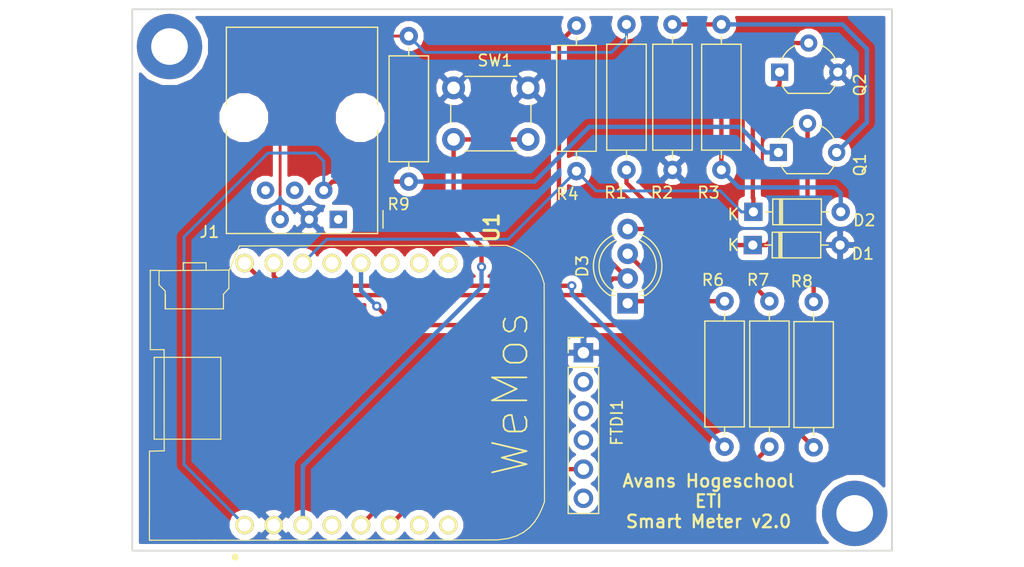
<source format=kicad_pcb>
(kicad_pcb (version 20171130) (host pcbnew "(5.0.2)-1")

  (general
    (thickness 1.6)
    (drawings 7)
    (tracks 103)
    (zones 0)
    (modules 19)
    (nets 31)
  )

  (page A4)
  (layers
    (0 F.Cu signal)
    (31 B.Cu signal)
    (32 B.Adhes user)
    (33 F.Adhes user)
    (34 B.Paste user)
    (35 F.Paste user)
    (36 B.SilkS user)
    (37 F.SilkS user)
    (38 B.Mask user)
    (39 F.Mask user)
    (40 Dwgs.User user)
    (41 Cmts.User user)
    (42 Eco1.User user)
    (43 Eco2.User user)
    (44 Edge.Cuts user)
    (45 Margin user)
    (46 B.CrtYd user)
    (47 F.CrtYd user)
    (48 B.Fab user)
    (49 F.Fab user)
  )

  (setup
    (last_trace_width 0.25)
    (user_trace_width 0.1524)
    (user_trace_width 0.254)
    (user_trace_width 0.381)
    (user_trace_width 0.508)
    (user_trace_width 0.8128)
    (trace_clearance 0.2)
    (zone_clearance 0.508)
    (zone_45_only no)
    (trace_min 0.1)
    (segment_width 0.2)
    (edge_width 0.15)
    (via_size 0.8)
    (via_drill 0.4)
    (via_min_size 0.4)
    (via_min_drill 0.2)
    (user_via 0.4826 0.3302)
    (user_via 0.5 0.4)
    (user_via 1.905 0.254)
    (uvia_size 0.3)
    (uvia_drill 0.1)
    (uvias_allowed no)
    (uvia_min_size 0.2)
    (uvia_min_drill 0.1)
    (pcb_text_width 0.3)
    (pcb_text_size 1.5 1.5)
    (mod_edge_width 0.15)
    (mod_text_size 1 1)
    (mod_text_width 0.15)
    (pad_size 1.524 1.524)
    (pad_drill 0.762)
    (pad_to_mask_clearance 0.051)
    (solder_mask_min_width 0.25)
    (aux_axis_origin 0 0)
    (visible_elements 7FFFFFFF)
    (pcbplotparams
      (layerselection 0x01030_ffffffff)
      (usegerberextensions false)
      (usegerberattributes false)
      (usegerberadvancedattributes false)
      (creategerberjobfile false)
      (excludeedgelayer true)
      (linewidth 0.100000)
      (plotframeref false)
      (viasonmask false)
      (mode 1)
      (useauxorigin false)
      (hpglpennumber 1)
      (hpglpenspeed 20)
      (hpglpendiameter 15.000000)
      (psnegative false)
      (psa4output false)
      (plotreference true)
      (plotvalue true)
      (plotinvisibletext false)
      (padsonsilk false)
      (subtractmaskfromsilk false)
      (outputformat 1)
      (mirror false)
      (drillshape 0)
      (scaleselection 1)
      (outputdirectory "../Doc/"))
  )

  (net 0 "")
  (net 1 "Net-(U1-Pad8)")
  (net 2 "Net-(U1-Pad7)")
  (net 3 RST)
  (net 4 GND)
  (net 5 TXD)
  (net 6 +3V3)
  (net 7 RXD)
  (net 8 "Net-(U1-Pad11)")
  (net 9 "Net-(U1-Pad10)")
  (net 10 "Net-(U1-Pad9)")
  (net 11 "Net-(D1-Pad1)")
  (net 12 "Net-(Q1-Pad3)")
  (net 13 "Net-(D2-Pad2)")
  (net 14 "Net-(J1-Pad6)")
  (net 15 "Net-(J1-Pad4)")
  (net 16 "Net-(J1-Pad1)")
  (net 17 +5V)
  (net 18 LED_R)
  (net 19 "Net-(FTDI1-Pad2)")
  (net 20 "Net-(FTDI1-Pad3)")
  (net 21 "Net-(FTDI1-Pad4)")
  (net 22 ESP_TX1)
  (net 23 "Net-(FTDI1-Pad6)")
  (net 24 LED_B)
  (net 25 LED_G)
  (net 26 "Net-(D3-Pad1)")
  (net 27 "Net-(D3-Pad3)")
  (net 28 "Net-(D3-Pad4)")
  (net 29 "Net-(U1-Pad13)")
  (net 30 "Net-(U1-Pad4)")

  (net_class Default "This is the default net class."
    (clearance 0.2)
    (trace_width 0.25)
    (via_dia 0.8)
    (via_drill 0.4)
    (uvia_dia 0.3)
    (uvia_drill 0.1)
    (add_net +3V3)
    (add_net +5V)
    (add_net ESP_TX1)
    (add_net GND)
    (add_net LED_B)
    (add_net LED_G)
    (add_net LED_R)
    (add_net "Net-(D1-Pad1)")
    (add_net "Net-(D2-Pad2)")
    (add_net "Net-(D3-Pad1)")
    (add_net "Net-(D3-Pad3)")
    (add_net "Net-(D3-Pad4)")
    (add_net "Net-(FTDI1-Pad2)")
    (add_net "Net-(FTDI1-Pad3)")
    (add_net "Net-(FTDI1-Pad4)")
    (add_net "Net-(FTDI1-Pad6)")
    (add_net "Net-(J1-Pad1)")
    (add_net "Net-(J1-Pad4)")
    (add_net "Net-(J1-Pad6)")
    (add_net "Net-(Q1-Pad3)")
    (add_net "Net-(U1-Pad10)")
    (add_net "Net-(U1-Pad11)")
    (add_net "Net-(U1-Pad13)")
    (add_net "Net-(U1-Pad4)")
    (add_net "Net-(U1-Pad7)")
    (add_net "Net-(U1-Pad8)")
    (add_net "Net-(U1-Pad9)")
    (add_net RST)
    (add_net RXD)
    (add_net TXD)
  )

  (module LED_THT:LED_D5.0mm-4_RGB_Wide_Pins locked (layer F.Cu) (tedit 5B74F76E) (tstamp 5D5E8F0B)
    (at 140.7668 55.118 90)
    (descr "LED, diameter 5.0mm, 2 pins, diameter 5.0mm, 3 pins, diameter 5.0mm, 4 pins, http://www.kingbright.com/attachments/file/psearch/000/00/00/L-154A4SUREQBFZGEW(Ver.9A).pdf")
    (tags "LED diameter 5.0mm 2 pins diameter 5.0mm 3 pins diameter 5.0mm 4 pins RGB RGBLED")
    (path /5D5D69FB)
    (fp_text reference D3 (at 3.2385 -3.96 90) (layer F.SilkS)
      (effects (font (size 1 1) (thickness 0.15)))
    )
    (fp_text value LED_RAGB (at 3.2385 3.96 90) (layer F.Fab)
      (effects (font (size 1 1) (thickness 0.15)))
    )
    (fp_arc (start 3.2385 0) (end 0.7385 -1.469694) (angle 299.1) (layer F.Fab) (width 0.1))
    (fp_arc (start 3.2385 0) (end 0.6785 -1.54483) (angle 127.7) (layer F.SilkS) (width 0.12))
    (fp_arc (start 3.2385 0) (end 0.6785 1.54483) (angle -127.7) (layer F.SilkS) (width 0.12))
    (fp_arc (start 3.2385 0) (end 0.983816 -1.08) (angle 128.8) (layer F.SilkS) (width 0.12))
    (fp_arc (start 3.2385 0) (end 0.983816 1.08) (angle -128.8) (layer F.SilkS) (width 0.12))
    (fp_circle (center 3.2385 0) (end 5.7385 0) (layer F.Fab) (width 0.1))
    (fp_line (start 0.7385 -1.469694) (end 0.7385 1.469694) (layer F.Fab) (width 0.1))
    (fp_line (start 0.6785 -1.545) (end 0.6785 -1.08) (layer F.SilkS) (width 0.12))
    (fp_line (start 0.6785 1.08) (end 0.6785 1.545) (layer F.SilkS) (width 0.12))
    (fp_line (start -1.08 -3.25) (end -1.08 3.25) (layer F.CrtYd) (width 0.05))
    (fp_line (start -1.08 3.25) (end 7.56 3.25) (layer F.CrtYd) (width 0.05))
    (fp_line (start 7.56 3.25) (end 7.56 -3.25) (layer F.CrtYd) (width 0.05))
    (fp_line (start 7.56 -3.25) (end -1.08 -3.25) (layer F.CrtYd) (width 0.05))
    (fp_text user %R (at 3.2385 -3.96 90) (layer F.Fab)
      (effects (font (size 1 1) (thickness 0.15)))
    )
    (pad 1 thru_hole rect (at 0 0 90) (size 1.8 1.8) (drill 0.9) (layers *.Cu *.Mask)
      (net 26 "Net-(D3-Pad1)"))
    (pad 2 thru_hole circle (at 2.159 0 90) (size 1.8 1.8) (drill 0.9) (layers *.Cu *.Mask)
      (net 6 +3V3))
    (pad 3 thru_hole circle (at 4.318 0 90) (size 1.8 1.8) (drill 0.9) (layers *.Cu *.Mask)
      (net 27 "Net-(D3-Pad3)"))
    (pad 4 thru_hole circle (at 6.477 0 90) (size 1.8 1.8) (drill 0.9) (layers *.Cu *.Mask)
      (net 28 "Net-(D3-Pad4)"))
    (model ${KISYS3DMOD}/LED_THT.3dshapes/LED_D5.0mm-4_RGB_Wide_Pins.wrl
      (at (xyz 0 0 0))
      (scale (xyz 1 1 1))
      (rotate (xyz 0 0 0))
    )
  )

  (module Package_TO_SOT_THT:TO-92_Wide (layer F.Cu) (tedit 5A2795B7) (tstamp 5D5E8EF8)
    (at 153.924 41.9608)
    (descr "TO-92 leads molded, wide, drill 0.75mm (see NXP sot054_po.pdf)")
    (tags "to-92 sc-43 sc-43a sot54 PA33 transistor")
    (path /5D1A04B1)
    (fp_text reference Q1 (at 7.112 1.0922 90) (layer F.SilkS)
      (effects (font (size 1 1) (thickness 0.15)))
    )
    (fp_text value BC547 (at 2.54 2.79) (layer F.Fab)
      (effects (font (size 1 1) (thickness 0.15)))
    )
    (fp_arc (start 2.54 0) (end 4.34 1.85) (angle -20) (layer F.SilkS) (width 0.12))
    (fp_arc (start 2.54 0) (end 2.54 -2.48) (angle -135) (layer F.Fab) (width 0.1))
    (fp_arc (start 2.54 0) (end 2.54 -2.48) (angle 135) (layer F.Fab) (width 0.1))
    (fp_arc (start 2.54 0) (end 3.65 -2.35) (angle 39.71668247) (layer F.SilkS) (width 0.12))
    (fp_arc (start 2.54 0) (end 1.4 -2.35) (angle -39.12170074) (layer F.SilkS) (width 0.12))
    (fp_arc (start 2.54 0) (end 0.74 1.85) (angle 20) (layer F.SilkS) (width 0.12))
    (fp_line (start 6.09 2.01) (end -1.01 2.01) (layer F.CrtYd) (width 0.05))
    (fp_line (start 6.09 2.01) (end 6.09 -3.55) (layer F.CrtYd) (width 0.05))
    (fp_line (start -1.01 -3.55) (end -1.01 2.01) (layer F.CrtYd) (width 0.05))
    (fp_line (start -1.01 -3.55) (end 6.09 -3.55) (layer F.CrtYd) (width 0.05))
    (fp_line (start 0.8 1.75) (end 4.3 1.75) (layer F.Fab) (width 0.1))
    (fp_line (start 0.74 1.85) (end 4.34 1.85) (layer F.SilkS) (width 0.12))
    (fp_text user %R (at 2.54 0) (layer F.Fab)
      (effects (font (size 1 1) (thickness 0.15)))
    )
    (pad 1 thru_hole rect (at 0 0 90) (size 1.5 1.5) (drill 0.8) (layers *.Cu *.Mask)
      (net 17 +5V))
    (pad 3 thru_hole circle (at 5.08 0 90) (size 1.5 1.5) (drill 0.8) (layers *.Cu *.Mask)
      (net 12 "Net-(Q1-Pad3)"))
    (pad 2 thru_hole circle (at 2.54 -2.54 90) (size 1.5 1.5) (drill 0.8) (layers *.Cu *.Mask)
      (net 11 "Net-(D1-Pad1)"))
    (model ${KISYS3DMOD}/Package_TO_SOT_THT.3dshapes/TO-92_Wide.wrl
      (at (xyz 0 0 0))
      (scale (xyz 1 1 1))
      (rotate (xyz 0 0 0))
    )
  )

  (module Package_TO_SOT_THT:TO-92_Wide (layer F.Cu) (tedit 5A2795B7) (tstamp 5D5E8EE5)
    (at 154.0256 34.9504)
    (descr "TO-92 leads molded, wide, drill 0.75mm (see NXP sot054_po.pdf)")
    (tags "to-92 sc-43 sc-43a sot54 PA33 transistor")
    (path /5D1A1035)
    (fp_text reference Q2 (at 7.0104 1.1176 90) (layer F.SilkS)
      (effects (font (size 1 1) (thickness 0.15)))
    )
    (fp_text value BC547 (at 2.54 2.79) (layer F.Fab)
      (effects (font (size 1 1) (thickness 0.15)))
    )
    (fp_text user %R (at 2.54 0) (layer F.Fab)
      (effects (font (size 1 1) (thickness 0.15)))
    )
    (fp_line (start 0.74 1.85) (end 4.34 1.85) (layer F.SilkS) (width 0.12))
    (fp_line (start 0.8 1.75) (end 4.3 1.75) (layer F.Fab) (width 0.1))
    (fp_line (start -1.01 -3.55) (end 6.09 -3.55) (layer F.CrtYd) (width 0.05))
    (fp_line (start -1.01 -3.55) (end -1.01 2.01) (layer F.CrtYd) (width 0.05))
    (fp_line (start 6.09 2.01) (end 6.09 -3.55) (layer F.CrtYd) (width 0.05))
    (fp_line (start 6.09 2.01) (end -1.01 2.01) (layer F.CrtYd) (width 0.05))
    (fp_arc (start 2.54 0) (end 0.74 1.85) (angle 20) (layer F.SilkS) (width 0.12))
    (fp_arc (start 2.54 0) (end 1.4 -2.35) (angle -39.12170074) (layer F.SilkS) (width 0.12))
    (fp_arc (start 2.54 0) (end 3.65 -2.35) (angle 39.71668247) (layer F.SilkS) (width 0.12))
    (fp_arc (start 2.54 0) (end 2.54 -2.48) (angle 135) (layer F.Fab) (width 0.1))
    (fp_arc (start 2.54 0) (end 2.54 -2.48) (angle -135) (layer F.Fab) (width 0.1))
    (fp_arc (start 2.54 0) (end 4.34 1.85) (angle -20) (layer F.SilkS) (width 0.12))
    (pad 2 thru_hole circle (at 2.54 -2.54 90) (size 1.5 1.5) (drill 0.8) (layers *.Cu *.Mask)
      (net 13 "Net-(D2-Pad2)"))
    (pad 3 thru_hole circle (at 5.08 0 90) (size 1.5 1.5) (drill 0.8) (layers *.Cu *.Mask)
      (net 4 GND))
    (pad 1 thru_hole rect (at 0 0 90) (size 1.5 1.5) (drill 0.8) (layers *.Cu *.Mask)
      (net 7 RXD))
    (model ${KISYS3DMOD}/Package_TO_SOT_THT.3dshapes/TO-92_Wide.wrl
      (at (xyz 0 0 0))
      (scale (xyz 1 1 1))
      (rotate (xyz 0 0 0))
    )
  )

  (module MountingHole:MountingHole_3.2mm_M3_ISO7380_Pad (layer F.Cu) (tedit 5D1A4C15) (tstamp 5D69C625)
    (at 160.5788 73.4568)
    (descr "Mounting Hole 3.2mm, M3, ISO7380")
    (tags "mounting hole 3.2mm m3 iso7380")
    (attr virtual)
    (fp_text reference REF** (at -4.7244 -0.6604) (layer F.SilkS) hide
      (effects (font (size 1 1) (thickness 0.15)))
    )
    (fp_text value MountingHole_3.2mm_M3_ISO7380_Pad (at 0 3.85) (layer F.Fab)
      (effects (font (size 1 1) (thickness 0.15)))
    )
    (fp_circle (center 0 0) (end 3.1 0) (layer F.CrtYd) (width 0.05))
    (fp_circle (center 0 0) (end 2.85 0) (layer Cmts.User) (width 0.15))
    (fp_text user %R (at 0.3 0) (layer F.Fab)
      (effects (font (size 1 1) (thickness 0.15)))
    )
    (pad 1 thru_hole circle (at 0 0) (size 5.7 5.7) (drill 3.2) (layers *.Cu *.Mask))
  )

  (module Resistor_THT:R_Axial_DIN0309_L9.0mm_D3.2mm_P12.70mm_Horizontal (layer F.Cu) (tedit 5AE5139B) (tstamp 5D69BBB5)
    (at 153.1366 67.6402 90)
    (descr "Resistor, Axial_DIN0309 series, Axial, Horizontal, pin pitch=12.7mm, 0.5W = 1/2W, length*diameter=9*3.2mm^2, http://cdn-reichelt.de/documents/datenblatt/B400/1_4W%23YAG.pdf")
    (tags "Resistor Axial_DIN0309 series Axial Horizontal pin pitch 12.7mm 0.5W = 1/2W length 9mm diameter 3.2mm")
    (path /5D67F2E9)
    (fp_text reference R7 (at 14.5542 -0.9906 180) (layer F.SilkS)
      (effects (font (size 1 1) (thickness 0.15)))
    )
    (fp_text value 100Ω (at 6.35 2.72 90) (layer F.Fab)
      (effects (font (size 1 1) (thickness 0.15)))
    )
    (fp_line (start 1.85 -1.6) (end 1.85 1.6) (layer F.Fab) (width 0.1))
    (fp_line (start 1.85 1.6) (end 10.85 1.6) (layer F.Fab) (width 0.1))
    (fp_line (start 10.85 1.6) (end 10.85 -1.6) (layer F.Fab) (width 0.1))
    (fp_line (start 10.85 -1.6) (end 1.85 -1.6) (layer F.Fab) (width 0.1))
    (fp_line (start 0 0) (end 1.85 0) (layer F.Fab) (width 0.1))
    (fp_line (start 12.7 0) (end 10.85 0) (layer F.Fab) (width 0.1))
    (fp_line (start 1.73 -1.72) (end 1.73 1.72) (layer F.SilkS) (width 0.12))
    (fp_line (start 1.73 1.72) (end 10.97 1.72) (layer F.SilkS) (width 0.12))
    (fp_line (start 10.97 1.72) (end 10.97 -1.72) (layer F.SilkS) (width 0.12))
    (fp_line (start 10.97 -1.72) (end 1.73 -1.72) (layer F.SilkS) (width 0.12))
    (fp_line (start 1.04 0) (end 1.73 0) (layer F.SilkS) (width 0.12))
    (fp_line (start 11.66 0) (end 10.97 0) (layer F.SilkS) (width 0.12))
    (fp_line (start -1.05 -1.85) (end -1.05 1.85) (layer F.CrtYd) (width 0.05))
    (fp_line (start -1.05 1.85) (end 13.75 1.85) (layer F.CrtYd) (width 0.05))
    (fp_line (start 13.75 1.85) (end 13.75 -1.85) (layer F.CrtYd) (width 0.05))
    (fp_line (start 13.75 -1.85) (end -1.05 -1.85) (layer F.CrtYd) (width 0.05))
    (fp_text user %R (at 6.35 0 90) (layer F.Fab)
      (effects (font (size 1 1) (thickness 0.15)))
    )
    (pad 1 thru_hole circle (at 0 0 90) (size 1.6 1.6) (drill 0.8) (layers *.Cu *.Mask)
      (net 25 LED_G))
    (pad 2 thru_hole oval (at 12.7 0 90) (size 1.6 1.6) (drill 0.8) (layers *.Cu *.Mask)
      (net 27 "Net-(D3-Pad3)"))
    (model ${KISYS3DMOD}/Resistor_THT.3dshapes/R_Axial_DIN0309_L9.0mm_D3.2mm_P12.70mm_Horizontal.wrl
      (at (xyz 0 0 0))
      (scale (xyz 1 1 1))
      (rotate (xyz 0 0 0))
    )
  )

  (module WEMOS_D1_V3:D1-MINI (layer F.Cu) (tedit 5D1B2D9F) (tstamp 5D658F9D)
    (at 116.2304 63.0428 90)
    (descr D1-Mini)
    (tags "Undefined or Miscellaneous")
    (path /5D587898)
    (fp_text reference U1 (at 14.5288 12.6746 90) (layer F.SilkS)
      (effects (font (size 1.27 1.27) (thickness 0.254)))
    )
    (fp_text value WeMos_mini (at -0.306 0.098 90) (layer F.SilkS) hide
      (effects (font (size 1.27 1.27) (thickness 0.254)))
    )
    (fp_text user WeMos (at 0.0254 14.3256 270) (layer F.SilkS)
      (effects (font (size 3 3) (thickness 0.15)))
    )
    (fp_line (start 12.425301 15.226767) (end 12.090653 15.713177) (layer F.SilkS) (width 0.1))
    (fp_line (start -4.98078 -17.191628) (end -4.954449 -15.908195) (layer F.SilkS) (width 0.1))
    (fp_line (start 3.876773 -15.914883) (end 3.874797 -17.117136) (layer F.SilkS) (width 0.1))
    (fp_line (start 11.265912 16.508341) (end 10.77484 16.815977) (layer F.SilkS) (width 0.1))
    (fp_line (start -10.792072 -17.191628) (end -4.98078 -17.191628) (layer F.SilkS) (width 0.1))
    (fp_line (start 12.708784 14.681886) (end 12.425301 15.226767) (layer F.SilkS) (width 0.1))
    (fp_line (start 10.77484 16.815977) (end 10.23065 17.06291) (layer F.SilkS) (width 0.1))
    (fp_line (start 11.704353 16.140552) (end 11.265912 16.508341) (layer F.SilkS) (width 0.1))
    (fp_line (start 10.23065 17.06291) (end 9.632853 17.248576) (layer F.SilkS) (width 0.1))
    (fp_line (start 12.941595 14.079093) (end 12.708784 14.681886) (layer F.SilkS) (width 0.1))
    (fp_line (start -4.954449 -15.908195) (end 3.876773 -15.914883) (layer F.SilkS) (width 0.1))
    (fp_line (start 12.090653 15.713177) (end 11.704353 16.140552) (layer F.SilkS) (width 0.1))
    (fp_line (start 9.632853 17.248576) (end -9.40506 17.277334) (layer F.SilkS) (width 0.1))
    (fp_line (start -9.40506 17.277334) (end -10.024424 17.043341) (layer F.SilkS) (width 0.1))
    (fp_line (start 8.687611 -15.798685) (end 7.43525 -15.798685) (layer F.SilkS) (width 0.1))
    (fp_line (start 10.795 -17.1196) (end 10.795 -16.256) (layer F.SilkS) (width 0.1))
    (fp_line (start -11.156045 16.409343) (end -11.641103 15.980258) (layer F.SilkS) (width 0.1))
    (fp_line (start -11.641103 15.980258) (end -12.054195 15.45706) (layer F.SilkS) (width 0.1))
    (fp_line (start -12.725678 13.177407) (end -12.750626 -9.377685) (layer F.SilkS) (width 0.1))
    (fp_line (start 3.20505 -10.965851) (end -3.934531 -10.965851) (layer F.SilkS) (width 0.1))
    (fp_line (start -10.612618 16.758858) (end -11.156045 16.409343) (layer F.SilkS) (width 0.1))
    (fp_line (start -12.381722 14.825213) (end -12.610082 14.070175) (layer F.SilkS) (width 0.1))
    (fp_line (start 3.20505 -16.779588) (end 3.20505 -10.965851) (layer F.SilkS) (width 0.1))
    (fp_line (start 9.520167 -16.349017) (end 8.991 -15.819851) (layer F.SilkS) (width 0.1))
    (fp_line (start -12.7508 -9.3726) (end -12.7508 -11.4554) (layer F.SilkS) (width 0.1))
    (fp_line (start -12.7508 -11.4554) (end -12.7508 -12.827) (layer F.SilkS) (width 0.1))
    (fp_line (start -3.934531 -10.965851) (end -3.934531 -16.779588) (layer F.SilkS) (width 0.1))
    (fp_line (start -12.7508 -13.7414) (end -12.7508 -17.0434) (layer F.SilkS) (width 0.1))
    (fp_line (start -10.024424 17.043341) (end -10.612618 16.758858) (layer F.SilkS) (width 0.1))
    (fp_line (start 10.821917 -10.242435) (end 10.769 -16.327851) (layer F.SilkS) (width 0.1))
    (fp_line (start 12.9286 -9.3472) (end 12.9794 13.97) (layer F.SilkS) (width 0.1))
    (fp_line (start -12.7508 -17.0434) (end -12.7508 -17.145) (layer F.SilkS) (width 0.1))
    (fp_line (start 10.8458 -10.2616) (end 9.2202 -10.2616) (layer F.SilkS) (width 0.1))
    (fp_line (start 8.722889 -10.736324) (end 9.252056 -10.242435) (layer F.SilkS) (width 0.1))
    (fp_line (start 10.7442 -17.1196) (end 10.795 -17.1196) (layer F.SilkS) (width 0.1))
    (fp_line (start 11.456917 -12.253268) (end 10.839556 -12.253268) (layer F.SilkS) (width 0.1))
    (fp_line (start -12.054195 15.45706) (end -12.381722 14.825213) (layer F.SilkS) (width 0.1))
    (fp_line (start 7.43525 -10.736324) (end 8.722889 -10.736324) (layer F.SilkS) (width 0.1))
    (fp_line (start 12.9286 -9.3472) (end 10.8458 -10.2108) (layer F.SilkS) (width 0.1))
    (fp_line (start 3.8862 -17.1196) (end 10.7442 -17.1196) (layer F.SilkS) (width 0.1))
    (fp_line (start 12.9794 13.97) (end 12.9286 14.1224) (layer F.SilkS) (width 0.1))
    (fp_line (start 10.804278 -14.246462) (end 11.456917 -14.246462) (layer F.SilkS) (width 0.1))
    (fp_line (start 11.456917 -14.246462) (end 11.456917 -12.253268) (layer F.SilkS) (width 0.1))
    (fp_line (start -12.7508 -12.827) (end -12.7508 -13.7414) (layer F.SilkS) (width 0.1))
    (fp_line (start -12.7508 -17.145) (end -12.7508 -17.1958) (layer F.SilkS) (width 0.1))
    (fp_line (start -12.7508 -17.1958) (end -10.7188 -17.1958) (layer F.SilkS) (width 0.1))
    (fp_line (start -3.934531 -16.779588) (end 3.20505 -16.779588) (layer F.SilkS) (width 0.1))
    (fp_line (start 8.991 -15.819851) (end 7.438778 -15.819851) (layer F.SilkS) (width 0.1))
    (fp_line (start -12.610082 14.070175) (end -12.725678 13.177407) (layer F.SilkS) (width 0.1))
    (fp_line (start 9.525 -16.3576) (end 10.7442 -16.3576) (layer F.SilkS) (width 0.1))
    (fp_line (start 7.43525 -15.798685) (end 7.43525 -10.736324) (layer F.SilkS) (width 0.1))
    (fp_circle (center -14.225 -9.712) (end -14.39892 -9.712) (layer F.SilkS) (width 0.254))
    (pad 16 thru_hole circle (at 11.43 -8.89 180) (size 1.61 1.61) (drill 1.11) (layers *.Cu *.Mask F.SilkS)
      (net 6 +3V3))
    (pad 15 thru_hole circle (at 11.43 -6.35 180) (size 1.61 1.61) (drill 1.11) (layers *.Cu *.Mask F.SilkS)
      (net 18 LED_R))
    (pad 14 thru_hole circle (at 11.43 -3.81 180) (size 1.61 1.61) (drill 1.11) (layers *.Cu *.Mask F.SilkS)
      (net 7 RXD))
    (pad 13 thru_hole circle (at 11.43 -1.27 180) (size 1.61 1.61) (drill 1.11) (layers *.Cu *.Mask F.SilkS)
      (net 29 "Net-(U1-Pad13)"))
    (pad 12 thru_hole circle (at 11.43 1.27 180) (size 1.61 1.61) (drill 1.11) (layers *.Cu *.Mask F.SilkS)
      (net 24 LED_B))
    (pad 11 thru_hole circle (at 11.43 3.81 180) (size 1.61 1.61) (drill 1.11) (layers *.Cu *.Mask F.SilkS)
      (net 8 "Net-(U1-Pad11)"))
    (pad 10 thru_hole circle (at 11.43 6.35 180) (size 1.61 1.61) (drill 1.11) (layers *.Cu *.Mask F.SilkS)
      (net 9 "Net-(U1-Pad10)"))
    (pad 9 thru_hole circle (at 11.43 8.89 180) (size 1.61 1.61) (drill 1.11) (layers *.Cu *.Mask F.SilkS)
      (net 10 "Net-(U1-Pad9)"))
    (pad 8 thru_hole circle (at -11.43 8.89 180) (size 1.61 1.61) (drill 1.11) (layers *.Cu *.Mask F.SilkS)
      (net 1 "Net-(U1-Pad8)"))
    (pad 7 thru_hole circle (at -11.43 6.35 180) (size 1.61 1.61) (drill 1.11) (layers *.Cu *.Mask F.SilkS)
      (net 2 "Net-(U1-Pad7)"))
    (pad 6 thru_hole circle (at -11.43 3.81 180) (size 1.61 1.61) (drill 1.11) (layers *.Cu *.Mask F.SilkS)
      (net 25 LED_G))
    (pad 5 thru_hole circle (at -11.43 1.27 180) (size 1.61 1.61) (drill 1.11) (layers *.Cu *.Mask F.SilkS)
      (net 22 ESP_TX1))
    (pad 4 thru_hole circle (at -11.43 -1.27 180) (size 1.61 1.61) (drill 1.11) (layers *.Cu *.Mask F.SilkS)
      (net 30 "Net-(U1-Pad4)"))
    (pad 3 thru_hole circle (at -11.43 -3.81 180) (size 1.61 1.61) (drill 1.11) (layers *.Cu *.Mask F.SilkS)
      (net 3 RST))
    (pad 2 thru_hole circle (at -11.43 -6.35 180) (size 1.61 1.61) (drill 1.11) (layers *.Cu *.Mask F.SilkS)
      (net 4 GND))
    (pad 1 thru_hole circle (at -11.43 -8.89 180) (size 1.61 1.61) (drill 1.11) (layers *.Cu *.Mask F.SilkS)
      (net 17 +5V))
  )

  (module Button_Switch_THT:SW_PUSH_6mm locked (layer F.Cu) (tedit 5A02FE31) (tstamp 5D343135)
    (at 125.5776 36.322)
    (descr https://www.omron.com/ecb/products/pdf/en-b3f.pdf)
    (tags "tact sw push 6mm")
    (path /5D1A2C32)
    (fp_text reference SW1 (at 3.6068 -2.3876) (layer F.SilkS)
      (effects (font (size 1 1) (thickness 0.15)))
    )
    (fp_text value SW_Push (at 3.75 6.7) (layer F.Fab)
      (effects (font (size 1 1) (thickness 0.15)))
    )
    (fp_text user %R (at 3.25 2.25) (layer F.Fab)
      (effects (font (size 1 1) (thickness 0.15)))
    )
    (fp_line (start 3.25 -0.75) (end 6.25 -0.75) (layer F.Fab) (width 0.1))
    (fp_line (start 6.25 -0.75) (end 6.25 5.25) (layer F.Fab) (width 0.1))
    (fp_line (start 6.25 5.25) (end 0.25 5.25) (layer F.Fab) (width 0.1))
    (fp_line (start 0.25 5.25) (end 0.25 -0.75) (layer F.Fab) (width 0.1))
    (fp_line (start 0.25 -0.75) (end 3.25 -0.75) (layer F.Fab) (width 0.1))
    (fp_line (start 7.75 6) (end 8 6) (layer F.CrtYd) (width 0.05))
    (fp_line (start 8 6) (end 8 5.75) (layer F.CrtYd) (width 0.05))
    (fp_line (start 7.75 -1.5) (end 8 -1.5) (layer F.CrtYd) (width 0.05))
    (fp_line (start 8 -1.5) (end 8 -1.25) (layer F.CrtYd) (width 0.05))
    (fp_line (start -1.5 -1.25) (end -1.5 -1.5) (layer F.CrtYd) (width 0.05))
    (fp_line (start -1.5 -1.5) (end -1.25 -1.5) (layer F.CrtYd) (width 0.05))
    (fp_line (start -1.5 5.75) (end -1.5 6) (layer F.CrtYd) (width 0.05))
    (fp_line (start -1.5 6) (end -1.25 6) (layer F.CrtYd) (width 0.05))
    (fp_line (start -1.25 -1.5) (end 7.75 -1.5) (layer F.CrtYd) (width 0.05))
    (fp_line (start -1.5 5.75) (end -1.5 -1.25) (layer F.CrtYd) (width 0.05))
    (fp_line (start 7.75 6) (end -1.25 6) (layer F.CrtYd) (width 0.05))
    (fp_line (start 8 -1.25) (end 8 5.75) (layer F.CrtYd) (width 0.05))
    (fp_line (start 1 5.5) (end 5.5 5.5) (layer F.SilkS) (width 0.12))
    (fp_line (start -0.25 1.5) (end -0.25 3) (layer F.SilkS) (width 0.12))
    (fp_line (start 5.5 -1) (end 1 -1) (layer F.SilkS) (width 0.12))
    (fp_line (start 6.75 3) (end 6.75 1.5) (layer F.SilkS) (width 0.12))
    (fp_circle (center 3.25 2.25) (end 1.25 2.5) (layer F.Fab) (width 0.1))
    (pad 2 thru_hole circle (at 0 4.5 90) (size 2 2) (drill 1.1) (layers *.Cu *.Mask)
      (net 3 RST))
    (pad 1 thru_hole circle (at 0 0 90) (size 2 2) (drill 1.1) (layers *.Cu *.Mask)
      (net 4 GND))
    (pad 2 thru_hole circle (at 6.5 4.5 90) (size 2 2) (drill 1.1) (layers *.Cu *.Mask)
      (net 3 RST))
    (pad 1 thru_hole circle (at 6.5 0 90) (size 2 2) (drill 1.1) (layers *.Cu *.Mask)
      (net 4 GND))
    (model ${KISYS3DMOD}/Button_Switch_THT.3dshapes/SW_PUSH_6mm.wrl
      (at (xyz 0 0 0))
      (scale (xyz 1 1 1))
      (rotate (xyz 0 0 0))
    )
  )

  (module Connector_RJ:RJ12_Amphenol_54601 locked (layer F.Cu) (tedit 5AE2E32D) (tstamp 5D26A60B)
    (at 115.5192 47.8028 180)
    (descr "RJ12 connector  https://cdn.amphenol-icc.com/media/wysiwyg/files/drawing/c-bmj-0082.pdf")
    (tags "RJ12 connector")
    (path /5D19FFB2)
    (fp_text reference J1 (at 11.2522 -1.0922 180) (layer F.SilkS)
      (effects (font (size 1 1) (thickness 0.15)))
    )
    (fp_text value RJ12 (at 3.54 18.3 180) (layer F.Fab)
      (effects (font (size 1 1) (thickness 0.15)))
    )
    (fp_line (start -3.43 -0.48) (end -3.43 -1.23) (layer F.Fab) (width 0.1))
    (fp_line (start -2.93 0.02) (end -3.43 -0.48) (layer F.Fab) (width 0.1))
    (fp_line (start -3.43 0.52) (end -2.93 0.02) (layer F.Fab) (width 0.1))
    (fp_line (start -3.9 0.77) (end -3.9 -0.76) (layer F.SilkS) (width 0.12))
    (fp_line (start -3.43 7.79) (end -3.43 -1.23) (layer F.SilkS) (width 0.12))
    (fp_line (start -3.43 7.72) (end -3.43 7.79) (layer F.SilkS) (width 0.1))
    (fp_line (start -3.43 16.77) (end -3.43 9.99) (layer F.SilkS) (width 0.12))
    (fp_line (start 9.77 16.77) (end -3.43 16.77) (layer F.SilkS) (width 0.12))
    (fp_line (start 9.77 16.76) (end 9.77 16.77) (layer F.SilkS) (width 0.1))
    (fp_line (start 9.77 16.77) (end 9.77 9.99) (layer F.SilkS) (width 0.12))
    (fp_line (start 9.77 16.65) (end 9.77 16.77) (layer F.SilkS) (width 0.1))
    (fp_line (start 9.77 -1.23) (end 9.77 7.79) (layer F.SilkS) (width 0.12))
    (fp_line (start -3.43 -1.23) (end 9.77 -1.23) (layer F.SilkS) (width 0.12))
    (fp_line (start -4.04 17.27) (end -4.04 -1.73) (layer F.CrtYd) (width 0.05))
    (fp_line (start 10.38 17.27) (end -4.04 17.27) (layer F.CrtYd) (width 0.05))
    (fp_line (start 10.38 -1.73) (end 10.38 17.27) (layer F.CrtYd) (width 0.05))
    (fp_line (start -4.04 -1.73) (end 10.38 -1.73) (layer F.CrtYd) (width 0.05))
    (fp_line (start 9.77 16.77) (end -3.43 16.77) (layer F.Fab) (width 0.1))
    (fp_line (start 9.77 -1.23) (end 9.77 16.77) (layer F.Fab) (width 0.1))
    (fp_line (start -3.43 -1.23) (end 9.77 -1.23) (layer F.Fab) (width 0.1))
    (fp_line (start -3.43 16.77) (end -3.43 0.52) (layer F.Fab) (width 0.1))
    (fp_text user %R (at 3.612199 8.455799 180) (layer F.Fab)
      (effects (font (size 1 1) (thickness 0.15)))
    )
    (pad "" np_thru_hole circle (at 8.25 8.89 180) (size 3.25 3.25) (drill 3.25) (layers *.Cu *.Mask))
    (pad 6 thru_hole circle (at 6.35 2.54 180) (size 1.52 1.52) (drill 0.76) (layers *.Cu *.Mask)
      (net 14 "Net-(J1-Pad6)"))
    (pad 5 thru_hole circle (at 5.08 0 180) (size 1.52 1.52) (drill 0.76) (layers *.Cu *.Mask)
      (net 5 TXD))
    (pad 4 thru_hole circle (at 3.81 2.54 180) (size 1.52 1.52) (drill 0.76) (layers *.Cu *.Mask)
      (net 15 "Net-(J1-Pad4)"))
    (pad 3 thru_hole circle (at 2.54 0 180) (size 1.52 1.52) (drill 0.76) (layers *.Cu *.Mask)
      (net 4 GND))
    (pad 2 thru_hole circle (at 1.27 2.54 180) (size 1.52 1.52) (drill 0.76) (layers *.Cu *.Mask)
      (net 17 +5V))
    (pad "" np_thru_hole circle (at -1.91 8.89 180) (size 3.25 3.25) (drill 3.25) (layers *.Cu *.Mask))
    (pad 1 thru_hole rect (at 0 0 180) (size 1.52 1.52) (drill 0.76) (layers *.Cu *.Mask)
      (net 16 "Net-(J1-Pad1)"))
    (model ${KISYS3DMOD}/Connector_RJ.3dshapes/RJ12_Amphenol_54601.wrl
      (at (xyz 0 0 0))
      (scale (xyz 1 1 1))
      (rotate (xyz 0 0 0))
    )
  )

  (module Resistor_THT:R_Axial_DIN0309_L9.0mm_D3.2mm_P12.70mm_Horizontal locked (layer F.Cu) (tedit 5AE5139B) (tstamp 5D6FE5A3)
    (at 121.666 31.8008 270)
    (descr "Resistor, Axial_DIN0309 series, Axial, Horizontal, pin pitch=12.7mm, 0.5W = 1/2W, length*diameter=9*3.2mm^2, http://cdn-reichelt.de/documents/datenblatt/B400/1_4W%23YAG.pdf")
    (tags "Resistor Axial_DIN0309 series Axial Horizontal pin pitch 12.7mm 0.5W = 1/2W length 9mm diameter 3.2mm")
    (path /5D1CCB87)
    (fp_text reference R9 (at 14.6812 0.889) (layer F.SilkS)
      (effects (font (size 1 1) (thickness 0.15)))
    )
    (fp_text value 1kΩ (at 6.35 2.72 270) (layer F.Fab)
      (effects (font (size 1 1) (thickness 0.15)))
    )
    (fp_line (start 1.85 -1.6) (end 1.85 1.6) (layer F.Fab) (width 0.1))
    (fp_line (start 1.85 1.6) (end 10.85 1.6) (layer F.Fab) (width 0.1))
    (fp_line (start 10.85 1.6) (end 10.85 -1.6) (layer F.Fab) (width 0.1))
    (fp_line (start 10.85 -1.6) (end 1.85 -1.6) (layer F.Fab) (width 0.1))
    (fp_line (start 0 0) (end 1.85 0) (layer F.Fab) (width 0.1))
    (fp_line (start 12.7 0) (end 10.85 0) (layer F.Fab) (width 0.1))
    (fp_line (start 1.73 -1.72) (end 1.73 1.72) (layer F.SilkS) (width 0.12))
    (fp_line (start 1.73 1.72) (end 10.97 1.72) (layer F.SilkS) (width 0.12))
    (fp_line (start 10.97 1.72) (end 10.97 -1.72) (layer F.SilkS) (width 0.12))
    (fp_line (start 10.97 -1.72) (end 1.73 -1.72) (layer F.SilkS) (width 0.12))
    (fp_line (start 1.04 0) (end 1.73 0) (layer F.SilkS) (width 0.12))
    (fp_line (start 11.66 0) (end 10.97 0) (layer F.SilkS) (width 0.12))
    (fp_line (start -1.05 -1.85) (end -1.05 1.85) (layer F.CrtYd) (width 0.05))
    (fp_line (start -1.05 1.85) (end 13.75 1.85) (layer F.CrtYd) (width 0.05))
    (fp_line (start 13.75 1.85) (end 13.75 -1.85) (layer F.CrtYd) (width 0.05))
    (fp_line (start 13.75 -1.85) (end -1.05 -1.85) (layer F.CrtYd) (width 0.05))
    (fp_text user %R (at 6.35 0 270) (layer F.Fab)
      (effects (font (size 1 1) (thickness 0.15)))
    )
    (pad 1 thru_hole circle (at 0 0 270) (size 1.6 1.6) (drill 0.8) (layers *.Cu *.Mask)
      (net 5 TXD))
    (pad 2 thru_hole oval (at 12.7 0 270) (size 1.6 1.6) (drill 0.8) (layers *.Cu *.Mask)
      (net 17 +5V))
    (model ${KISYS3DMOD}/Resistor_THT.3dshapes/R_Axial_DIN0309_L9.0mm_D3.2mm_P12.70mm_Horizontal.wrl
      (at (xyz 0 0 0))
      (scale (xyz 1 1 1))
      (rotate (xyz 0 0 0))
    )
  )

  (module Diode_THT:D_DO-35_SOD27_P7.62mm_Horizontal (layer F.Cu) (tedit 5AE50CD5) (tstamp 5D6FE751)
    (at 151.6888 50.038)
    (descr "Diode, DO-35_SOD27 series, Axial, Horizontal, pin pitch=7.62mm, , length*diameter=4*2mm^2, , http://www.diodes.com/_files/packages/DO-35.pdf")
    (tags "Diode DO-35_SOD27 series Axial Horizontal pin pitch 7.62mm  length 4mm diameter 2mm")
    (path /5D1A08CB)
    (fp_text reference D1 (at 9.6012 0.762) (layer F.SilkS)
      (effects (font (size 1 1) (thickness 0.15)))
    )
    (fp_text value 1N4148 (at 3.81 2.12) (layer F.Fab)
      (effects (font (size 1 1) (thickness 0.15)))
    )
    (fp_text user K (at -1.7018 0) (layer F.SilkS)
      (effects (font (size 1 1) (thickness 0.15)))
    )
    (fp_text user K (at 0 -1.8) (layer F.Fab)
      (effects (font (size 1 1) (thickness 0.15)))
    )
    (fp_text user %R (at 9.4742 0.762) (layer F.Fab)
      (effects (font (size 0.8 0.8) (thickness 0.12)))
    )
    (fp_line (start 8.67 -1.25) (end -1.05 -1.25) (layer F.CrtYd) (width 0.05))
    (fp_line (start 8.67 1.25) (end 8.67 -1.25) (layer F.CrtYd) (width 0.05))
    (fp_line (start -1.05 1.25) (end 8.67 1.25) (layer F.CrtYd) (width 0.05))
    (fp_line (start -1.05 -1.25) (end -1.05 1.25) (layer F.CrtYd) (width 0.05))
    (fp_line (start 2.29 -1.12) (end 2.29 1.12) (layer F.SilkS) (width 0.12))
    (fp_line (start 2.53 -1.12) (end 2.53 1.12) (layer F.SilkS) (width 0.12))
    (fp_line (start 2.41 -1.12) (end 2.41 1.12) (layer F.SilkS) (width 0.12))
    (fp_line (start 6.58 0) (end 5.93 0) (layer F.SilkS) (width 0.12))
    (fp_line (start 1.04 0) (end 1.69 0) (layer F.SilkS) (width 0.12))
    (fp_line (start 5.93 -1.12) (end 1.69 -1.12) (layer F.SilkS) (width 0.12))
    (fp_line (start 5.93 1.12) (end 5.93 -1.12) (layer F.SilkS) (width 0.12))
    (fp_line (start 1.69 1.12) (end 5.93 1.12) (layer F.SilkS) (width 0.12))
    (fp_line (start 1.69 -1.12) (end 1.69 1.12) (layer F.SilkS) (width 0.12))
    (fp_line (start 2.31 -1) (end 2.31 1) (layer F.Fab) (width 0.1))
    (fp_line (start 2.51 -1) (end 2.51 1) (layer F.Fab) (width 0.1))
    (fp_line (start 2.41 -1) (end 2.41 1) (layer F.Fab) (width 0.1))
    (fp_line (start 7.62 0) (end 5.81 0) (layer F.Fab) (width 0.1))
    (fp_line (start 0 0) (end 1.81 0) (layer F.Fab) (width 0.1))
    (fp_line (start 5.81 -1) (end 1.81 -1) (layer F.Fab) (width 0.1))
    (fp_line (start 5.81 1) (end 5.81 -1) (layer F.Fab) (width 0.1))
    (fp_line (start 1.81 1) (end 5.81 1) (layer F.Fab) (width 0.1))
    (fp_line (start 1.81 -1) (end 1.81 1) (layer F.Fab) (width 0.1))
    (pad 2 thru_hole oval (at 7.62 0) (size 1.6 1.6) (drill 0.8) (layers *.Cu *.Mask)
      (net 4 GND))
    (pad 1 thru_hole rect (at 0 0) (size 1.6 1.6) (drill 0.8) (layers *.Cu *.Mask)
      (net 11 "Net-(D1-Pad1)"))
    (model ${KISYS3DMOD}/Diode_THT.3dshapes/D_DO-35_SOD27_P7.62mm_Horizontal.wrl
      (at (xyz 0 0 0))
      (scale (xyz 1 1 1))
      (rotate (xyz 0 0 0))
    )
  )

  (module Diode_THT:D_DO-35_SOD27_P7.62mm_Horizontal (layer F.Cu) (tedit 5AE50CD5) (tstamp 5D6FE8CA)
    (at 151.7396 47.1424)
    (descr "Diode, DO-35_SOD27 series, Axial, Horizontal, pin pitch=7.62mm, , length*diameter=4*2mm^2, , http://www.diodes.com/_files/packages/DO-35.pdf")
    (tags "Diode DO-35_SOD27 series Axial Horizontal pin pitch 7.62mm  length 4mm diameter 2mm")
    (path /5D1A0F8D)
    (fp_text reference D2 (at 9.6774 0.7366) (layer F.SilkS)
      (effects (font (size 1 1) (thickness 0.15)))
    )
    (fp_text value 1N4148 (at 3.81 2.12) (layer F.Fab)
      (effects (font (size 1 1) (thickness 0.15)))
    )
    (fp_line (start 1.81 -1) (end 1.81 1) (layer F.Fab) (width 0.1))
    (fp_line (start 1.81 1) (end 5.81 1) (layer F.Fab) (width 0.1))
    (fp_line (start 5.81 1) (end 5.81 -1) (layer F.Fab) (width 0.1))
    (fp_line (start 5.81 -1) (end 1.81 -1) (layer F.Fab) (width 0.1))
    (fp_line (start 0 0) (end 1.81 0) (layer F.Fab) (width 0.1))
    (fp_line (start 7.62 0) (end 5.81 0) (layer F.Fab) (width 0.1))
    (fp_line (start 2.41 -1) (end 2.41 1) (layer F.Fab) (width 0.1))
    (fp_line (start 2.51 -1) (end 2.51 1) (layer F.Fab) (width 0.1))
    (fp_line (start 2.31 -1) (end 2.31 1) (layer F.Fab) (width 0.1))
    (fp_line (start 1.69 -1.12) (end 1.69 1.12) (layer F.SilkS) (width 0.12))
    (fp_line (start 1.69 1.12) (end 5.93 1.12) (layer F.SilkS) (width 0.12))
    (fp_line (start 5.93 1.12) (end 5.93 -1.12) (layer F.SilkS) (width 0.12))
    (fp_line (start 5.93 -1.12) (end 1.69 -1.12) (layer F.SilkS) (width 0.12))
    (fp_line (start 1.04 0) (end 1.69 0) (layer F.SilkS) (width 0.12))
    (fp_line (start 6.58 0) (end 5.93 0) (layer F.SilkS) (width 0.12))
    (fp_line (start 2.41 -1.12) (end 2.41 1.12) (layer F.SilkS) (width 0.12))
    (fp_line (start 2.53 -1.12) (end 2.53 1.12) (layer F.SilkS) (width 0.12))
    (fp_line (start 2.29 -1.12) (end 2.29 1.12) (layer F.SilkS) (width 0.12))
    (fp_line (start -1.05 -1.25) (end -1.05 1.25) (layer F.CrtYd) (width 0.05))
    (fp_line (start -1.05 1.25) (end 8.67 1.25) (layer F.CrtYd) (width 0.05))
    (fp_line (start 8.67 1.25) (end 8.67 -1.25) (layer F.CrtYd) (width 0.05))
    (fp_line (start 8.67 -1.25) (end -1.05 -1.25) (layer F.CrtYd) (width 0.05))
    (fp_text user %R (at 9.5504 0.8636) (layer F.Fab)
      (effects (font (size 0.8 0.8) (thickness 0.12)))
    )
    (fp_text user K (at 0.0508 -2.032) (layer F.Fab)
      (effects (font (size 1 1) (thickness 0.15)))
    )
    (fp_text user K (at -1.7526 0.2286) (layer F.SilkS)
      (effects (font (size 1 1) (thickness 0.15)))
    )
    (pad 1 thru_hole rect (at 0 0) (size 1.6 1.6) (drill 0.8) (layers *.Cu *.Mask)
      (net 7 RXD))
    (pad 2 thru_hole oval (at 7.62 0) (size 1.6 1.6) (drill 0.8) (layers *.Cu *.Mask)
      (net 13 "Net-(D2-Pad2)"))
    (model ${KISYS3DMOD}/Diode_THT.3dshapes/D_DO-35_SOD27_P7.62mm_Horizontal.wrl
      (at (xyz 0 0 0))
      (scale (xyz 1 1 1))
      (rotate (xyz 0 0 0))
    )
  )

  (module Resistor_THT:R_Axial_DIN0309_L9.0mm_D3.2mm_P12.70mm_Horizontal (layer F.Cu) (tedit 5AE5139B) (tstamp 5D26A539)
    (at 148.9456 43.4848 90)
    (descr "Resistor, Axial_DIN0309 series, Axial, Horizontal, pin pitch=12.7mm, 0.5W = 1/2W, length*diameter=9*3.2mm^2, http://cdn-reichelt.de/documents/datenblatt/B400/1_4W%23YAG.pdf")
    (tags "Resistor Axial_DIN0309 series Axial Horizontal pin pitch 12.7mm 0.5W = 1/2W length 9mm diameter 3.2mm")
    (path /5D1A0DFA)
    (fp_text reference R3 (at -1.9812 -1.1176 180) (layer F.SilkS)
      (effects (font (size 1 1) (thickness 0.15)))
    )
    (fp_text value 1kΩ (at 6.35 2.72 90) (layer F.Fab)
      (effects (font (size 1 1) (thickness 0.15)))
    )
    (fp_line (start 1.85 -1.6) (end 1.85 1.6) (layer F.Fab) (width 0.1))
    (fp_line (start 1.85 1.6) (end 10.85 1.6) (layer F.Fab) (width 0.1))
    (fp_line (start 10.85 1.6) (end 10.85 -1.6) (layer F.Fab) (width 0.1))
    (fp_line (start 10.85 -1.6) (end 1.85 -1.6) (layer F.Fab) (width 0.1))
    (fp_line (start 0 0) (end 1.85 0) (layer F.Fab) (width 0.1))
    (fp_line (start 12.7 0) (end 10.85 0) (layer F.Fab) (width 0.1))
    (fp_line (start 1.73 -1.72) (end 1.73 1.72) (layer F.SilkS) (width 0.12))
    (fp_line (start 1.73 1.72) (end 10.97 1.72) (layer F.SilkS) (width 0.12))
    (fp_line (start 10.97 1.72) (end 10.97 -1.72) (layer F.SilkS) (width 0.12))
    (fp_line (start 10.97 -1.72) (end 1.73 -1.72) (layer F.SilkS) (width 0.12))
    (fp_line (start 1.04 0) (end 1.73 0) (layer F.SilkS) (width 0.12))
    (fp_line (start 11.66 0) (end 10.97 0) (layer F.SilkS) (width 0.12))
    (fp_line (start -1.05 -1.85) (end -1.05 1.85) (layer F.CrtYd) (width 0.05))
    (fp_line (start -1.05 1.85) (end 13.75 1.85) (layer F.CrtYd) (width 0.05))
    (fp_line (start 13.75 1.85) (end 13.75 -1.85) (layer F.CrtYd) (width 0.05))
    (fp_line (start 13.75 -1.85) (end -1.05 -1.85) (layer F.CrtYd) (width 0.05))
    (fp_text user %R (at 6.35 0 90) (layer F.Fab)
      (effects (font (size 1 1) (thickness 0.15)))
    )
    (pad 1 thru_hole circle (at 0 0 90) (size 1.6 1.6) (drill 0.8) (layers *.Cu *.Mask)
      (net 13 "Net-(D2-Pad2)"))
    (pad 2 thru_hole oval (at 12.7 0 90) (size 1.6 1.6) (drill 0.8) (layers *.Cu *.Mask)
      (net 12 "Net-(Q1-Pad3)"))
    (model ${KISYS3DMOD}/Resistor_THT.3dshapes/R_Axial_DIN0309_L9.0mm_D3.2mm_P12.70mm_Horizontal.wrl
      (at (xyz 0 0 0))
      (scale (xyz 1 1 1))
      (rotate (xyz 0 0 0))
    )
  )

  (module Resistor_THT:R_Axial_DIN0309_L9.0mm_D3.2mm_P12.70mm_Horizontal (layer F.Cu) (tedit 5AE5139B) (tstamp 5D26A522)
    (at 144.6784 43.4848 90)
    (descr "Resistor, Axial_DIN0309 series, Axial, Horizontal, pin pitch=12.7mm, 0.5W = 1/2W, length*diameter=9*3.2mm^2, http://cdn-reichelt.de/documents/datenblatt/B400/1_4W%23YAG.pdf")
    (tags "Resistor Axial_DIN0309 series Axial Horizontal pin pitch 12.7mm 0.5W = 1/2W length 9mm diameter 3.2mm")
    (path /5D1A0B02)
    (fp_text reference R2 (at -1.9812 -0.9144 180) (layer F.SilkS)
      (effects (font (size 1 1) (thickness 0.15)))
    )
    (fp_text value 1kΩ (at 6.35 2.72 90) (layer F.Fab)
      (effects (font (size 1 1) (thickness 0.15)))
    )
    (fp_text user %R (at 6.35 0 90) (layer F.Fab)
      (effects (font (size 1 1) (thickness 0.15)))
    )
    (fp_line (start 13.75 -1.85) (end -1.05 -1.85) (layer F.CrtYd) (width 0.05))
    (fp_line (start 13.75 1.85) (end 13.75 -1.85) (layer F.CrtYd) (width 0.05))
    (fp_line (start -1.05 1.85) (end 13.75 1.85) (layer F.CrtYd) (width 0.05))
    (fp_line (start -1.05 -1.85) (end -1.05 1.85) (layer F.CrtYd) (width 0.05))
    (fp_line (start 11.66 0) (end 10.97 0) (layer F.SilkS) (width 0.12))
    (fp_line (start 1.04 0) (end 1.73 0) (layer F.SilkS) (width 0.12))
    (fp_line (start 10.97 -1.72) (end 1.73 -1.72) (layer F.SilkS) (width 0.12))
    (fp_line (start 10.97 1.72) (end 10.97 -1.72) (layer F.SilkS) (width 0.12))
    (fp_line (start 1.73 1.72) (end 10.97 1.72) (layer F.SilkS) (width 0.12))
    (fp_line (start 1.73 -1.72) (end 1.73 1.72) (layer F.SilkS) (width 0.12))
    (fp_line (start 12.7 0) (end 10.85 0) (layer F.Fab) (width 0.1))
    (fp_line (start 0 0) (end 1.85 0) (layer F.Fab) (width 0.1))
    (fp_line (start 10.85 -1.6) (end 1.85 -1.6) (layer F.Fab) (width 0.1))
    (fp_line (start 10.85 1.6) (end 10.85 -1.6) (layer F.Fab) (width 0.1))
    (fp_line (start 1.85 1.6) (end 10.85 1.6) (layer F.Fab) (width 0.1))
    (fp_line (start 1.85 -1.6) (end 1.85 1.6) (layer F.Fab) (width 0.1))
    (pad 2 thru_hole oval (at 12.7 0 90) (size 1.6 1.6) (drill 0.8) (layers *.Cu *.Mask)
      (net 12 "Net-(Q1-Pad3)"))
    (pad 1 thru_hole circle (at 0 0 90) (size 1.6 1.6) (drill 0.8) (layers *.Cu *.Mask)
      (net 4 GND))
    (model ${KISYS3DMOD}/Resistor_THT.3dshapes/R_Axial_DIN0309_L9.0mm_D3.2mm_P12.70mm_Horizontal.wrl
      (at (xyz 0 0 0))
      (scale (xyz 1 1 1))
      (rotate (xyz 0 0 0))
    )
  )

  (module Resistor_THT:R_Axial_DIN0309_L9.0mm_D3.2mm_P12.70mm_Horizontal locked (layer F.Cu) (tedit 5AE5139B) (tstamp 5D26A50B)
    (at 140.6652 43.4848 90)
    (descr "Resistor, Axial_DIN0309 series, Axial, Horizontal, pin pitch=12.7mm, 0.5W = 1/2W, length*diameter=9*3.2mm^2, http://cdn-reichelt.de/documents/datenblatt/B400/1_4W%23YAG.pdf")
    (tags "Resistor Axial_DIN0309 series Axial Horizontal pin pitch 12.7mm 0.5W = 1/2W length 9mm diameter 3.2mm")
    (path /5D1A06D2)
    (fp_text reference R1 (at -1.9812 -0.9652 180) (layer F.SilkS)
      (effects (font (size 1 1) (thickness 0.15)))
    )
    (fp_text value 1kΩ (at 6.35 2.72 90) (layer F.Fab)
      (effects (font (size 1 1) (thickness 0.15)))
    )
    (fp_line (start 1.85 -1.6) (end 1.85 1.6) (layer F.Fab) (width 0.1))
    (fp_line (start 1.85 1.6) (end 10.85 1.6) (layer F.Fab) (width 0.1))
    (fp_line (start 10.85 1.6) (end 10.85 -1.6) (layer F.Fab) (width 0.1))
    (fp_line (start 10.85 -1.6) (end 1.85 -1.6) (layer F.Fab) (width 0.1))
    (fp_line (start 0 0) (end 1.85 0) (layer F.Fab) (width 0.1))
    (fp_line (start 12.7 0) (end 10.85 0) (layer F.Fab) (width 0.1))
    (fp_line (start 1.73 -1.72) (end 1.73 1.72) (layer F.SilkS) (width 0.12))
    (fp_line (start 1.73 1.72) (end 10.97 1.72) (layer F.SilkS) (width 0.12))
    (fp_line (start 10.97 1.72) (end 10.97 -1.72) (layer F.SilkS) (width 0.12))
    (fp_line (start 10.97 -1.72) (end 1.73 -1.72) (layer F.SilkS) (width 0.12))
    (fp_line (start 1.04 0) (end 1.73 0) (layer F.SilkS) (width 0.12))
    (fp_line (start 11.66 0) (end 10.97 0) (layer F.SilkS) (width 0.12))
    (fp_line (start -1.05 -1.85) (end -1.05 1.85) (layer F.CrtYd) (width 0.05))
    (fp_line (start -1.05 1.85) (end 13.75 1.85) (layer F.CrtYd) (width 0.05))
    (fp_line (start 13.75 1.85) (end 13.75 -1.85) (layer F.CrtYd) (width 0.05))
    (fp_line (start 13.75 -1.85) (end -1.05 -1.85) (layer F.CrtYd) (width 0.05))
    (fp_text user %R (at 6.35 0 90) (layer F.Fab)
      (effects (font (size 1 1) (thickness 0.15)))
    )
    (pad 1 thru_hole circle (at 0 0 90) (size 1.6 1.6) (drill 0.8) (layers *.Cu *.Mask)
      (net 11 "Net-(D1-Pad1)"))
    (pad 2 thru_hole oval (at 12.7 0 90) (size 1.6 1.6) (drill 0.8) (layers *.Cu *.Mask)
      (net 5 TXD))
    (model ${KISYS3DMOD}/Resistor_THT.3dshapes/R_Axial_DIN0309_L9.0mm_D3.2mm_P12.70mm_Horizontal.wrl
      (at (xyz 0 0 0))
      (scale (xyz 1 1 1))
      (rotate (xyz 0 0 0))
    )
  )

  (module Resistor_THT:R_Axial_DIN0309_L9.0mm_D3.2mm_P12.70mm_Horizontal locked (layer F.Cu) (tedit 5AE5139B) (tstamp 5D26A4F4)
    (at 136.2964 43.5864 90)
    (descr "Resistor, Axial_DIN0309 series, Axial, Horizontal, pin pitch=12.7mm, 0.5W = 1/2W, length*diameter=9*3.2mm^2, http://cdn-reichelt.de/documents/datenblatt/B400/1_4W%23YAG.pdf")
    (tags "Resistor Axial_DIN0309 series Axial Horizontal pin pitch 12.7mm 0.5W = 1/2W length 9mm diameter 3.2mm")
    (path /5D1A2002)
    (fp_text reference R4 (at -2.0066 -0.7874 180) (layer F.SilkS)
      (effects (font (size 1 1) (thickness 0.15)))
    )
    (fp_text value 1kΩ (at 6.35 2.72 90) (layer F.Fab)
      (effects (font (size 1 1) (thickness 0.15)))
    )
    (fp_text user %R (at 6.35 0 90) (layer F.Fab)
      (effects (font (size 1 1) (thickness 0.15)))
    )
    (fp_line (start 13.75 -1.85) (end -1.05 -1.85) (layer F.CrtYd) (width 0.05))
    (fp_line (start 13.75 1.85) (end 13.75 -1.85) (layer F.CrtYd) (width 0.05))
    (fp_line (start -1.05 1.85) (end 13.75 1.85) (layer F.CrtYd) (width 0.05))
    (fp_line (start -1.05 -1.85) (end -1.05 1.85) (layer F.CrtYd) (width 0.05))
    (fp_line (start 11.66 0) (end 10.97 0) (layer F.SilkS) (width 0.12))
    (fp_line (start 1.04 0) (end 1.73 0) (layer F.SilkS) (width 0.12))
    (fp_line (start 10.97 -1.72) (end 1.73 -1.72) (layer F.SilkS) (width 0.12))
    (fp_line (start 10.97 1.72) (end 10.97 -1.72) (layer F.SilkS) (width 0.12))
    (fp_line (start 1.73 1.72) (end 10.97 1.72) (layer F.SilkS) (width 0.12))
    (fp_line (start 1.73 -1.72) (end 1.73 1.72) (layer F.SilkS) (width 0.12))
    (fp_line (start 12.7 0) (end 10.85 0) (layer F.Fab) (width 0.1))
    (fp_line (start 0 0) (end 1.85 0) (layer F.Fab) (width 0.1))
    (fp_line (start 10.85 -1.6) (end 1.85 -1.6) (layer F.Fab) (width 0.1))
    (fp_line (start 10.85 1.6) (end 10.85 -1.6) (layer F.Fab) (width 0.1))
    (fp_line (start 1.85 1.6) (end 10.85 1.6) (layer F.Fab) (width 0.1))
    (fp_line (start 1.85 -1.6) (end 1.85 1.6) (layer F.Fab) (width 0.1))
    (pad 2 thru_hole oval (at 12.7 0 90) (size 1.6 1.6) (drill 0.8) (layers *.Cu *.Mask)
      (net 6 +3V3))
    (pad 1 thru_hole circle (at 0 0 90) (size 1.6 1.6) (drill 0.8) (layers *.Cu *.Mask)
      (net 7 RXD))
    (model ${KISYS3DMOD}/Resistor_THT.3dshapes/R_Axial_DIN0309_L9.0mm_D3.2mm_P12.70mm_Horizontal.wrl
      (at (xyz 0 0 0))
      (scale (xyz 1 1 1))
      (rotate (xyz 0 0 0))
    )
  )

  (module Resistor_THT:R_Axial_DIN0309_L9.0mm_D3.2mm_P12.70mm_Horizontal (layer F.Cu) (tedit 5AE5139B) (tstamp 5D26A4C6)
    (at 149.225 67.6402 90)
    (descr "Resistor, Axial_DIN0309 series, Axial, Horizontal, pin pitch=12.7mm, 0.5W = 1/2W, length*diameter=9*3.2mm^2, http://cdn-reichelt.de/documents/datenblatt/B400/1_4W%23YAG.pdf")
    (tags "Resistor Axial_DIN0309 series Axial Horizontal pin pitch 12.7mm 0.5W = 1/2W length 9mm diameter 3.2mm")
    (path /5D67F26C)
    (fp_text reference R6 (at 14.5542 -1.016 180) (layer F.SilkS)
      (effects (font (size 1 1) (thickness 0.15)))
    )
    (fp_text value 100Ω (at 6.35 2.72 90) (layer F.Fab)
      (effects (font (size 1 1) (thickness 0.15)))
    )
    (fp_text user %R (at 6.35 0 90) (layer F.Fab)
      (effects (font (size 1 1) (thickness 0.15)))
    )
    (fp_line (start 13.75 -1.85) (end -1.05 -1.85) (layer F.CrtYd) (width 0.05))
    (fp_line (start 13.75 1.85) (end 13.75 -1.85) (layer F.CrtYd) (width 0.05))
    (fp_line (start -1.05 1.85) (end 13.75 1.85) (layer F.CrtYd) (width 0.05))
    (fp_line (start -1.05 -1.85) (end -1.05 1.85) (layer F.CrtYd) (width 0.05))
    (fp_line (start 11.66 0) (end 10.97 0) (layer F.SilkS) (width 0.12))
    (fp_line (start 1.04 0) (end 1.73 0) (layer F.SilkS) (width 0.12))
    (fp_line (start 10.97 -1.72) (end 1.73 -1.72) (layer F.SilkS) (width 0.12))
    (fp_line (start 10.97 1.72) (end 10.97 -1.72) (layer F.SilkS) (width 0.12))
    (fp_line (start 1.73 1.72) (end 10.97 1.72) (layer F.SilkS) (width 0.12))
    (fp_line (start 1.73 -1.72) (end 1.73 1.72) (layer F.SilkS) (width 0.12))
    (fp_line (start 12.7 0) (end 10.85 0) (layer F.Fab) (width 0.1))
    (fp_line (start 0 0) (end 1.85 0) (layer F.Fab) (width 0.1))
    (fp_line (start 10.85 -1.6) (end 1.85 -1.6) (layer F.Fab) (width 0.1))
    (fp_line (start 10.85 1.6) (end 10.85 -1.6) (layer F.Fab) (width 0.1))
    (fp_line (start 1.85 1.6) (end 10.85 1.6) (layer F.Fab) (width 0.1))
    (fp_line (start 1.85 -1.6) (end 1.85 1.6) (layer F.Fab) (width 0.1))
    (pad 2 thru_hole oval (at 12.7 0 90) (size 1.6 1.6) (drill 0.8) (layers *.Cu *.Mask)
      (net 26 "Net-(D3-Pad1)"))
    (pad 1 thru_hole circle (at 0 0 90) (size 1.6 1.6) (drill 0.8) (layers *.Cu *.Mask)
      (net 18 LED_R))
    (model ${KISYS3DMOD}/Resistor_THT.3dshapes/R_Axial_DIN0309_L9.0mm_D3.2mm_P12.70mm_Horizontal.wrl
      (at (xyz 0 0 0))
      (scale (xyz 1 1 1))
      (rotate (xyz 0 0 0))
    )
  )

  (module MountingHole:MountingHole_3.2mm_M3_ISO7380_Pad locked (layer F.Cu) (tedit 5D1A4C0A) (tstamp 5D33D3B1)
    (at 100.7872 32.7152)
    (descr "Mounting Hole 3.2mm, M3, ISO7380")
    (tags "mounting hole 3.2mm m3 iso7380")
    (attr virtual)
    (fp_text reference REF** (at 0.4064 -4.064) (layer F.SilkS) hide
      (effects (font (size 1 1) (thickness 0.15)))
    )
    (fp_text value MountingHole_3.2mm_M3_ISO7380_Pad (at 0 3.85) (layer F.Fab)
      (effects (font (size 1 1) (thickness 0.15)))
    )
    (fp_circle (center 0 0) (end 3.1 0) (layer F.CrtYd) (width 0.05))
    (fp_circle (center 0 0) (end 2.85 0) (layer Cmts.User) (width 0.15))
    (fp_text user %R (at 0.3 0) (layer F.Fab)
      (effects (font (size 1 1) (thickness 0.15)))
    )
    (pad 1 thru_hole circle (at 0 0) (size 5.7 5.7) (drill 3.2) (layers *.Cu *.Mask))
  )

  (module Connector_PinHeader_2.54mm:PinHeader_1x06_P2.54mm_Vertical (layer F.Cu) (tedit 59FED5CC) (tstamp 5D69AA74)
    (at 136.906 59.436)
    (descr "Through hole straight pin header, 1x06, 2.54mm pitch, single row")
    (tags "Through hole pin header THT 1x06 2.54mm single row")
    (path /5D5DA3CA)
    (fp_text reference FTDI1 (at 2.921 6.096 90) (layer F.SilkS)
      (effects (font (size 1 1) (thickness 0.15)))
    )
    (fp_text value FTDI (at 0 15.03) (layer F.Fab)
      (effects (font (size 1 1) (thickness 0.15)))
    )
    (fp_line (start -0.635 -1.27) (end 1.27 -1.27) (layer F.Fab) (width 0.1))
    (fp_line (start 1.27 -1.27) (end 1.27 13.97) (layer F.Fab) (width 0.1))
    (fp_line (start 1.27 13.97) (end -1.27 13.97) (layer F.Fab) (width 0.1))
    (fp_line (start -1.27 13.97) (end -1.27 -0.635) (layer F.Fab) (width 0.1))
    (fp_line (start -1.27 -0.635) (end -0.635 -1.27) (layer F.Fab) (width 0.1))
    (fp_line (start -1.33 14.03) (end 1.33 14.03) (layer F.SilkS) (width 0.12))
    (fp_line (start -1.33 1.27) (end -1.33 14.03) (layer F.SilkS) (width 0.12))
    (fp_line (start 1.33 1.27) (end 1.33 14.03) (layer F.SilkS) (width 0.12))
    (fp_line (start -1.33 1.27) (end 1.33 1.27) (layer F.SilkS) (width 0.12))
    (fp_line (start -1.33 0) (end -1.33 -1.33) (layer F.SilkS) (width 0.12))
    (fp_line (start -1.33 -1.33) (end 0 -1.33) (layer F.SilkS) (width 0.12))
    (fp_line (start -1.8 -1.8) (end -1.8 14.5) (layer F.CrtYd) (width 0.05))
    (fp_line (start -1.8 14.5) (end 1.8 14.5) (layer F.CrtYd) (width 0.05))
    (fp_line (start 1.8 14.5) (end 1.8 -1.8) (layer F.CrtYd) (width 0.05))
    (fp_line (start 1.8 -1.8) (end -1.8 -1.8) (layer F.CrtYd) (width 0.05))
    (fp_text user %R (at 0 6.35 90) (layer F.Fab)
      (effects (font (size 1 1) (thickness 0.15)))
    )
    (pad 1 thru_hole rect (at 0 0) (size 1.7 1.7) (drill 1) (layers *.Cu *.Mask)
      (net 4 GND))
    (pad 2 thru_hole oval (at 0 2.54) (size 1.7 1.7) (drill 1) (layers *.Cu *.Mask)
      (net 19 "Net-(FTDI1-Pad2)"))
    (pad 3 thru_hole oval (at 0 5.08) (size 1.7 1.7) (drill 1) (layers *.Cu *.Mask)
      (net 20 "Net-(FTDI1-Pad3)"))
    (pad 4 thru_hole oval (at 0 7.62) (size 1.7 1.7) (drill 1) (layers *.Cu *.Mask)
      (net 21 "Net-(FTDI1-Pad4)"))
    (pad 5 thru_hole oval (at 0 10.16) (size 1.7 1.7) (drill 1) (layers *.Cu *.Mask)
      (net 22 ESP_TX1))
    (pad 6 thru_hole oval (at 0 12.7) (size 1.7 1.7) (drill 1) (layers *.Cu *.Mask)
      (net 23 "Net-(FTDI1-Pad6)"))
    (model ${KISYS3DMOD}/Connector_PinHeader_2.54mm.3dshapes/PinHeader_1x06_P2.54mm_Vertical.wrl
      (at (xyz 0 0 0))
      (scale (xyz 1 1 1))
      (rotate (xyz 0 0 0))
    )
  )

  (module Resistor_THT:R_Axial_DIN0309_L9.0mm_D3.2mm_P12.70mm_Horizontal (layer F.Cu) (tedit 5AE5139B) (tstamp 5D745595)
    (at 156.9974 67.691 90)
    (descr "Resistor, Axial_DIN0309 series, Axial, Horizontal, pin pitch=12.7mm, 0.5W = 1/2W, length*diameter=9*3.2mm^2, http://cdn-reichelt.de/documents/datenblatt/B400/1_4W%23YAG.pdf")
    (tags "Resistor Axial_DIN0309 series Axial Horizontal pin pitch 12.7mm 0.5W = 1/2W length 9mm diameter 3.2mm")
    (path /5D67F321)
    (fp_text reference R8 (at 14.478 -1.0414 180) (layer F.SilkS)
      (effects (font (size 1 1) (thickness 0.15)))
    )
    (fp_text value 100Ω (at 6.35 2.72 90) (layer F.Fab)
      (effects (font (size 1 1) (thickness 0.15)))
    )
    (fp_line (start 1.85 -1.6) (end 1.85 1.6) (layer F.Fab) (width 0.1))
    (fp_line (start 1.85 1.6) (end 10.85 1.6) (layer F.Fab) (width 0.1))
    (fp_line (start 10.85 1.6) (end 10.85 -1.6) (layer F.Fab) (width 0.1))
    (fp_line (start 10.85 -1.6) (end 1.85 -1.6) (layer F.Fab) (width 0.1))
    (fp_line (start 0 0) (end 1.85 0) (layer F.Fab) (width 0.1))
    (fp_line (start 12.7 0) (end 10.85 0) (layer F.Fab) (width 0.1))
    (fp_line (start 1.73 -1.72) (end 1.73 1.72) (layer F.SilkS) (width 0.12))
    (fp_line (start 1.73 1.72) (end 10.97 1.72) (layer F.SilkS) (width 0.12))
    (fp_line (start 10.97 1.72) (end 10.97 -1.72) (layer F.SilkS) (width 0.12))
    (fp_line (start 10.97 -1.72) (end 1.73 -1.72) (layer F.SilkS) (width 0.12))
    (fp_line (start 1.04 0) (end 1.73 0) (layer F.SilkS) (width 0.12))
    (fp_line (start 11.66 0) (end 10.97 0) (layer F.SilkS) (width 0.12))
    (fp_line (start -1.05 -1.85) (end -1.05 1.85) (layer F.CrtYd) (width 0.05))
    (fp_line (start -1.05 1.85) (end 13.75 1.85) (layer F.CrtYd) (width 0.05))
    (fp_line (start 13.75 1.85) (end 13.75 -1.85) (layer F.CrtYd) (width 0.05))
    (fp_line (start 13.75 -1.85) (end -1.05 -1.85) (layer F.CrtYd) (width 0.05))
    (fp_text user %R (at 6.35 0 90) (layer F.Fab)
      (effects (font (size 1 1) (thickness 0.15)))
    )
    (pad 1 thru_hole circle (at 0 0 90) (size 1.6 1.6) (drill 0.8) (layers *.Cu *.Mask)
      (net 24 LED_B))
    (pad 2 thru_hole oval (at 12.7 0 90) (size 1.6 1.6) (drill 0.8) (layers *.Cu *.Mask)
      (net 28 "Net-(D3-Pad4)"))
    (model ${KISYS3DMOD}/Resistor_THT.3dshapes/R_Axial_DIN0309_L9.0mm_D3.2mm_P12.70mm_Horizontal.wrl
      (at (xyz 0 0 0))
      (scale (xyz 1 1 1))
      (rotate (xyz 0 0 0))
    )
  )

  (gr_text "Avans Hogeschool\nETI\nSmart Meter v2.0" (at 147.828 72.39) (layer F.SilkS)
    (effects (font (size 1.1 1.1) (thickness 0.2)))
  )
  (gr_line (start 97.536 29.464) (end 97.536 29.972) (layer Edge.Cuts) (width 0.15))
  (gr_line (start 163.83 29.464) (end 97.536 29.464) (layer Edge.Cuts) (width 0.15))
  (gr_line (start 163.83 76.708) (end 163.83 29.464) (layer Edge.Cuts) (width 0.15))
  (gr_line (start 131.572 76.708) (end 163.83 76.708) (layer Edge.Cuts) (width 0.15))
  (gr_line (start 97.536 76.708) (end 131.572 76.708) (layer Edge.Cuts) (width 0.15))
  (gr_line (start 97.536 29.972) (end 97.536 76.708) (layer Edge.Cuts) (width 0.15))

  (segment (start 126.991813 40.822) (end 132.0776 40.822) (width 0.381) (layer F.Cu) (net 3))
  (segment (start 125.5776 40.822) (end 126.991813 40.822) (width 0.381) (layer F.Cu) (net 3))
  (segment (start 112.4204 74.4728) (end 112.4204 69.3166) (width 0.381) (layer B.Cu) (net 3))
  (segment (start 125.5776 40.822) (end 125.5776 47.7266) (width 0.381) (layer F.Cu) (net 3))
  (via (at 128.016 51.943) (size 0.8) (drill 0.4) (layers F.Cu B.Cu) (net 3))
  (segment (start 125.5776 47.7266) (end 128.016 50.165) (width 0.381) (layer F.Cu) (net 3))
  (segment (start 128.016 50.165) (end 128.016 51.943) (width 0.381) (layer F.Cu) (net 3))
  (segment (start 128.016 53.721) (end 112.4204 69.3166) (width 0.381) (layer B.Cu) (net 3))
  (segment (start 128.016 51.943) (end 128.016 53.721) (width 0.381) (layer B.Cu) (net 3))
  (segment (start 140.6652 31.91617) (end 139.35817 33.2232) (width 0.254) (layer B.Cu) (net 5) (status 40000))
  (segment (start 140.6652 30.7848) (end 140.6652 31.91617) (width 0.254) (layer B.Cu) (net 5) (status 40000))
  (segment (start 123.0884 33.2232) (end 121.666 31.8008) (width 0.254) (layer B.Cu) (net 5) (status 40000))
  (segment (start 139.35817 33.2232) (end 123.0884 33.2232) (width 0.254) (layer B.Cu) (net 5) (status 40000))
  (segment (start 110.4392 47.8028) (end 110.4392 38.7096) (width 0.25) (layer F.Cu) (net 5))
  (segment (start 117.348 31.8008) (end 121.666 31.8008) (width 0.25) (layer F.Cu) (net 5))
  (segment (start 110.4392 38.7096) (end 117.348 31.8008) (width 0.25) (layer F.Cu) (net 5))
  (segment (start 135.496401 31.686399) (end 136.2964 30.8864) (width 0.381) (layer F.Cu) (net 6))
  (segment (start 134.7724 32.4104) (end 135.496401 31.686399) (width 0.381) (layer F.Cu) (net 6))
  (segment (start 134.7724 46.9646) (end 134.7724 32.4104) (width 0.381) (layer F.Cu) (net 6))
  (segment (start 140.7668 52.959) (end 134.7724 46.9646) (width 0.381) (layer F.Cu) (net 6))
  (segment (start 139.494008 52.959) (end 138.046208 54.4068) (width 0.381) (layer F.Cu) (net 6))
  (segment (start 140.7668 52.959) (end 139.494008 52.959) (width 0.381) (layer F.Cu) (net 6))
  (segment (start 110.1344 54.4068) (end 107.3404 51.6128) (width 0.381) (layer F.Cu) (net 6))
  (segment (start 138.046208 54.4068) (end 110.1344 54.4068) (width 0.381) (layer F.Cu) (net 6))
  (segment (start 130.3528 49.53) (end 136.2964 43.5864) (width 0.254) (layer B.Cu) (net 7))
  (segment (start 114.5032 49.53) (end 130.3528 49.53) (width 0.254) (layer B.Cu) (net 7))
  (segment (start 112.4204 51.6128) (end 114.5032 49.53) (width 0.254) (layer B.Cu) (net 7))
  (segment (start 151.7396 45.9614) (end 151.6888 45.9106) (width 0.381) (layer F.Cu) (net 7))
  (segment (start 151.7396 47.1424) (end 151.7396 45.9614) (width 0.381) (layer F.Cu) (net 7))
  (segment (start 154.0256 36.0814) (end 154.0256 34.9504) (width 0.381) (layer F.Cu) (net 7))
  (segment (start 151.6888 38.4182) (end 154.0256 36.0814) (width 0.381) (layer F.Cu) (net 7))
  (segment (start 151.6888 45.9106) (end 151.6888 38.4182) (width 0.381) (layer F.Cu) (net 7))
  (segment (start 150.6856 47.1424) (end 151.7396 47.1424) (width 0.254) (layer B.Cu) (net 7))
  (segment (start 148.8568 45.3136) (end 150.6856 47.1424) (width 0.254) (layer B.Cu) (net 7))
  (segment (start 138.0236 45.3136) (end 148.8568 45.3136) (width 0.254) (layer B.Cu) (net 7))
  (segment (start 136.2964 43.5864) (end 138.0236 45.3136) (width 0.254) (layer B.Cu) (net 7))
  (segment (start 150.5078 50.038) (end 151.6888 50.038) (width 0.381) (layer F.Cu) (net 11))
  (segment (start 146.08703 50.038) (end 150.5078 50.038) (width 0.381) (layer F.Cu) (net 11))
  (segment (start 140.6652 44.61617) (end 146.08703 50.038) (width 0.381) (layer F.Cu) (net 11))
  (segment (start 140.6652 43.4848) (end 140.6652 44.61617) (width 0.381) (layer F.Cu) (net 11))
  (segment (start 156.464 40.48146) (end 156.464 39.4208) (width 0.381) (layer F.Cu) (net 11))
  (segment (start 156.464 46.4438) (end 156.464 40.48146) (width 0.381) (layer F.Cu) (net 11))
  (segment (start 152.8698 50.038) (end 156.464 46.4438) (width 0.381) (layer F.Cu) (net 11))
  (segment (start 151.6888 50.038) (end 152.8698 50.038) (width 0.381) (layer F.Cu) (net 11))
  (segment (start 159.512 30.7848) (end 148.9456 30.7848) (width 0.381) (layer B.Cu) (net 12))
  (segment (start 161.6456 32.9184) (end 159.512 30.7848) (width 0.381) (layer B.Cu) (net 12))
  (segment (start 159.004 41.9608) (end 161.6456 39.3192) (width 0.381) (layer B.Cu) (net 12))
  (segment (start 161.6456 39.3192) (end 161.6456 32.9184) (width 0.381) (layer B.Cu) (net 12))
  (segment (start 144.6784 30.7848) (end 148.9456 30.7848) (width 0.381) (layer F.Cu) (net 12))
  (segment (start 149.0472 43.4848) (end 148.9456 43.3832) (width 0.254) (layer F.Cu) (net 13))
  (segment (start 148.9456 43.4848) (end 148.9456 35.9664) (width 0.381) (layer F.Cu) (net 13))
  (segment (start 148.9456 35.9664) (end 152.5016 32.4104) (width 0.381) (layer F.Cu) (net 13))
  (segment (start 152.5016 32.4104) (end 156.5656 32.4104) (width 0.381) (layer F.Cu) (net 13))
  (segment (start 150.4696 45.0088) (end 148.9456 43.4848) (width 0.381) (layer B.Cu) (net 13))
  (segment (start 158.8516 45.0088) (end 150.4696 45.0088) (width 0.381) (layer B.Cu) (net 13))
  (segment (start 159.3596 47.1424) (end 159.3596 45.5168) (width 0.381) (layer B.Cu) (net 13))
  (segment (start 159.3596 45.5168) (end 158.8516 45.0088) (width 0.381) (layer B.Cu) (net 13))
  (segment (start 102.0572 69.1896) (end 107.3404 74.4728) (width 0.254) (layer B.Cu) (net 17))
  (segment (start 102.0572 49.3268) (end 102.0572 69.1896) (width 0.254) (layer B.Cu) (net 17))
  (segment (start 109.3724 42.0116) (end 102.0572 49.3268) (width 0.254) (layer B.Cu) (net 17))
  (segment (start 113.538 42.0116) (end 109.3724 42.0116) (width 0.254) (layer B.Cu) (net 17))
  (segment (start 114.2492 45.2628) (end 114.2492 42.7228) (width 0.254) (layer B.Cu) (net 17))
  (segment (start 114.2492 42.7228) (end 113.538 42.0116) (width 0.254) (layer B.Cu) (net 17))
  (segment (start 152.793 41.9608) (end 150.5578 39.7256) (width 0.381) (layer B.Cu) (net 17))
  (segment (start 153.924 41.9608) (end 152.793 41.9608) (width 0.381) (layer B.Cu) (net 17))
  (segment (start 150.5578 39.7256) (end 137.414 39.7256) (width 0.381) (layer B.Cu) (net 17))
  (segment (start 132.6388 44.5008) (end 121.666 44.5008) (width 0.381) (layer B.Cu) (net 17))
  (segment (start 137.414 39.7256) (end 132.6388 44.5008) (width 0.381) (layer B.Cu) (net 17))
  (segment (start 115.0112 44.5008) (end 121.666 44.5008) (width 0.381) (layer F.Cu) (net 17))
  (segment (start 114.2492 45.2628) (end 115.0112 44.5008) (width 0.381) (layer F.Cu) (net 17))
  (segment (start 109.8804 52.751241) (end 110.723159 53.594) (width 0.381) (layer F.Cu) (net 18))
  (segment (start 109.8804 51.6128) (end 109.8804 52.751241) (width 0.381) (layer F.Cu) (net 18))
  (segment (start 110.723159 53.594) (end 135.89 53.594) (width 0.381) (layer F.Cu) (net 18))
  (via (at 135.89 53.594) (size 0.8) (drill 0.4) (layers F.Cu B.Cu) (net 18))
  (segment (start 135.89 54.3052) (end 149.225 67.6402) (width 0.381) (layer B.Cu) (net 18))
  (segment (start 135.89 53.594) (end 135.89 54.3052) (width 0.381) (layer B.Cu) (net 18))
  (segment (start 122.3772 69.596) (end 117.5004 74.4728) (width 0.381) (layer F.Cu) (net 22))
  (segment (start 136.906 69.596) (end 122.3772 69.596) (width 0.381) (layer F.Cu) (net 22))
  (segment (start 156.9974 67.691) (end 147.501899 58.195499) (width 0.381) (layer F.Cu) (net 24))
  (segment (start 147.501899 58.195499) (end 147.476499 58.195499) (width 0.381) (layer F.Cu) (net 24))
  (segment (start 147.476499 58.195499) (end 146.304 57.023) (width 0.381) (layer F.Cu) (net 24))
  (via (at 118.872 55.372) (size 0.8) (drill 0.4) (layers F.Cu B.Cu) (net 24))
  (segment (start 146.304 57.023) (end 120.523 57.023) (width 0.381) (layer F.Cu) (net 24))
  (segment (start 120.523 57.023) (end 118.872 55.372) (width 0.381) (layer F.Cu) (net 24))
  (segment (start 117.5004 54.0004) (end 117.5004 51.6128) (width 0.381) (layer B.Cu) (net 24))
  (segment (start 118.872 55.372) (end 117.5004 54.0004) (width 0.381) (layer B.Cu) (net 24))
  (segment (start 147.400299 73.376501) (end 153.1366 67.6402) (width 0.381) (layer F.Cu) (net 25))
  (segment (start 146.7104 74.0664) (end 147.400299 73.376501) (width 0.381) (layer F.Cu) (net 25))
  (segment (start 130.7084 74.0664) (end 146.7104 74.0664) (width 0.381) (layer F.Cu) (net 25))
  (segment (start 128.524 71.882) (end 130.7084 74.0664) (width 0.381) (layer F.Cu) (net 25))
  (segment (start 120.0404 74.4728) (end 122.6312 71.882) (width 0.381) (layer F.Cu) (net 25))
  (segment (start 122.6312 71.882) (end 128.524 71.882) (width 0.381) (layer F.Cu) (net 25))
  (segment (start 141.0208 54.864) (end 140.7668 55.118) (width 0.381) (layer F.Cu) (net 26))
  (segment (start 140.9446 54.9402) (end 140.7668 55.118) (width 0.381) (layer F.Cu) (net 26))
  (segment (start 149.225 54.9402) (end 140.9446 54.9402) (width 0.381) (layer F.Cu) (net 26))
  (segment (start 140.7668 50.8) (end 143.0528 53.086) (width 0.381) (layer F.Cu) (net 27))
  (segment (start 151.2824 53.086) (end 153.1366 54.9402) (width 0.381) (layer F.Cu) (net 27))
  (segment (start 143.0528 53.086) (end 151.2824 53.086) (width 0.381) (layer F.Cu) (net 27))
  (segment (start 156.9974 54.991) (end 156.9974 53.3654) (width 0.381) (layer F.Cu) (net 28))
  (segment (start 156.9974 53.3654) (end 155.575 51.943) (width 0.381) (layer F.Cu) (net 28))
  (segment (start 155.575 51.943) (end 146.431 51.943) (width 0.381) (layer F.Cu) (net 28))
  (segment (start 146.431 51.943) (end 143.129 48.641) (width 0.381) (layer F.Cu) (net 28))
  (segment (start 143.129 48.641) (end 140.7668 48.641) (width 0.381) (layer F.Cu) (net 28))

  (zone (net 4) (net_name GND) (layer F.Cu) (tstamp 5D710CAC) (hatch edge 0.508)
    (connect_pads (clearance 0.508))
    (min_thickness 0.254)
    (fill yes (arc_segments 16) (thermal_gap 0.508) (thermal_bridge_width 0.508))
    (polygon
      (pts
        (xy 97.79 29.718) (xy 97.79 76.454) (xy 163.576 76.454) (xy 163.576 29.718)
      )
    )
    (filled_polygon
      (pts
        (xy 134.94466 30.326491) (xy 134.833287 30.8864) (xy 134.882344 31.133024) (xy 134.246175 31.769193) (xy 134.177249 31.815248)
        (xy 134.131194 31.884174) (xy 133.994797 32.088306) (xy 133.930728 32.4104) (xy 133.946901 32.491706) (xy 133.9469 46.883298)
        (xy 133.930728 46.9646) (xy 133.9469 47.045901) (xy 133.9469 47.045902) (xy 133.994796 47.286693) (xy 134.177248 47.559752)
        (xy 134.246177 47.605809) (xy 138.962014 52.321647) (xy 138.898856 52.363848) (xy 138.852803 52.432771) (xy 137.704276 53.5813)
        (xy 136.925 53.5813) (xy 136.925 53.388126) (xy 136.767431 53.00772) (xy 136.47628 52.716569) (xy 136.095874 52.559)
        (xy 135.684126 52.559) (xy 135.30372 52.716569) (xy 135.251789 52.7685) (xy 128.654211 52.7685) (xy 128.893431 52.52928)
        (xy 129.051 52.148874) (xy 129.051 51.737126) (xy 128.893431 51.35672) (xy 128.8415 51.304789) (xy 128.8415 50.246297)
        (xy 128.857671 50.164999) (xy 128.8415 50.083701) (xy 128.8415 50.083697) (xy 128.793604 49.842906) (xy 128.611152 49.569848)
        (xy 128.542226 49.523793) (xy 126.4031 47.384668) (xy 126.4031 42.249778) (xy 126.503753 42.208086) (xy 126.963686 41.748153)
        (xy 127.005378 41.6475) (xy 130.649822 41.6475) (xy 130.691514 41.748153) (xy 131.151447 42.208086) (xy 131.752378 42.457)
        (xy 132.402822 42.457) (xy 133.003753 42.208086) (xy 133.463686 41.748153) (xy 133.7126 41.147222) (xy 133.7126 40.496778)
        (xy 133.463686 39.895847) (xy 133.003753 39.435914) (xy 132.402822 39.187) (xy 131.752378 39.187) (xy 131.151447 39.435914)
        (xy 130.691514 39.895847) (xy 130.649822 39.9965) (xy 127.005378 39.9965) (xy 126.963686 39.895847) (xy 126.503753 39.435914)
        (xy 125.902822 39.187) (xy 125.252378 39.187) (xy 124.651447 39.435914) (xy 124.191514 39.895847) (xy 123.9426 40.496778)
        (xy 123.9426 41.147222) (xy 124.191514 41.748153) (xy 124.651447 42.208086) (xy 124.7521 42.249778) (xy 124.752101 47.645294)
        (xy 124.735928 47.7266) (xy 124.774399 47.920004) (xy 124.799997 48.048694) (xy 124.982449 48.321752) (xy 125.051375 48.367807)
        (xy 127.1905 50.506933) (xy 127.190501 51.304788) (xy 127.138569 51.35672) (xy 126.981 51.737126) (xy 126.981 52.148874)
        (xy 127.138569 52.52928) (xy 127.377789 52.7685) (xy 126.001167 52.7685) (xy 126.341173 52.428494) (xy 126.5604 51.899234)
        (xy 126.5604 51.326366) (xy 126.341173 50.797106) (xy 125.936094 50.392027) (xy 125.406834 50.1728) (xy 124.833966 50.1728)
        (xy 124.304706 50.392027) (xy 123.899627 50.797106) (xy 123.8504 50.91595) (xy 123.801173 50.797106) (xy 123.396094 50.392027)
        (xy 122.866834 50.1728) (xy 122.293966 50.1728) (xy 121.764706 50.392027) (xy 121.359627 50.797106) (xy 121.3104 50.91595)
        (xy 121.261173 50.797106) (xy 120.856094 50.392027) (xy 120.326834 50.1728) (xy 119.753966 50.1728) (xy 119.224706 50.392027)
        (xy 118.819627 50.797106) (xy 118.7704 50.91595) (xy 118.721173 50.797106) (xy 118.316094 50.392027) (xy 117.786834 50.1728)
        (xy 117.213966 50.1728) (xy 116.684706 50.392027) (xy 116.279627 50.797106) (xy 116.2304 50.91595) (xy 116.181173 50.797106)
        (xy 115.776094 50.392027) (xy 115.246834 50.1728) (xy 114.673966 50.1728) (xy 114.144706 50.392027) (xy 113.739627 50.797106)
        (xy 113.6904 50.91595) (xy 113.641173 50.797106) (xy 113.236094 50.392027) (xy 112.706834 50.1728) (xy 112.133966 50.1728)
        (xy 111.604706 50.392027) (xy 111.199627 50.797106) (xy 111.1504 50.91595) (xy 111.101173 50.797106) (xy 110.696094 50.392027)
        (xy 110.166834 50.1728) (xy 109.593966 50.1728) (xy 109.064706 50.392027) (xy 108.659627 50.797106) (xy 108.6104 50.91595)
        (xy 108.561173 50.797106) (xy 108.156094 50.392027) (xy 107.626834 50.1728) (xy 107.053966 50.1728) (xy 106.524706 50.392027)
        (xy 106.119627 50.797106) (xy 105.9004 51.326366) (xy 105.9004 51.899234) (xy 106.119627 52.428494) (xy 106.524706 52.833573)
        (xy 107.053966 53.0528) (xy 107.612968 53.0528) (xy 109.493193 54.933026) (xy 109.539248 55.001952) (xy 109.712926 55.118)
        (xy 109.812306 55.184404) (xy 110.1344 55.248472) (xy 110.215703 55.2323) (xy 117.837 55.2323) (xy 117.837 55.577874)
        (xy 117.994569 55.95828) (xy 118.28572 56.249431) (xy 118.666126 56.407) (xy 118.739568 56.407) (xy 119.881793 57.549226)
        (xy 119.927848 57.618152) (xy 120.200906 57.800604) (xy 120.523 57.864672) (xy 120.604303 57.8485) (xy 145.962068 57.8485)
        (xy 146.835292 58.721725) (xy 146.881347 58.790651) (xy 147.026824 58.887856) (xy 155.5624 67.423433) (xy 155.5624 67.976439)
        (xy 155.780866 68.503862) (xy 156.184538 68.907534) (xy 156.711961 69.126) (xy 157.282839 69.126) (xy 157.810262 68.907534)
        (xy 158.213934 68.503862) (xy 158.4324 67.976439) (xy 158.4324 67.405561) (xy 158.213934 66.878138) (xy 157.810262 66.474466)
        (xy 157.282839 66.256) (xy 156.729833 66.256) (xy 148.143108 57.669276) (xy 148.097051 57.600347) (xy 147.951577 57.503144)
        (xy 146.945209 56.496777) (xy 146.899152 56.427848) (xy 146.626094 56.245396) (xy 146.385303 56.1975) (xy 146.385301 56.1975)
        (xy 146.304 56.181328) (xy 146.222699 56.1975) (xy 142.278536 56.1975) (xy 142.31424 56.018) (xy 142.31424 55.7657)
        (xy 148.050722 55.7657) (xy 148.190423 55.974777) (xy 148.665091 56.29194) (xy 149.083667 56.3752) (xy 149.366333 56.3752)
        (xy 149.784909 56.29194) (xy 150.259577 55.974777) (xy 150.57674 55.500109) (xy 150.688113 54.9402) (xy 150.57674 54.380291)
        (xy 150.263504 53.9115) (xy 150.940468 53.9115) (xy 151.722544 54.693576) (xy 151.673487 54.9402) (xy 151.78486 55.500109)
        (xy 152.102023 55.974777) (xy 152.576691 56.29194) (xy 152.995267 56.3752) (xy 153.277933 56.3752) (xy 153.696509 56.29194)
        (xy 154.171177 55.974777) (xy 154.48834 55.500109) (xy 154.599713 54.9402) (xy 154.48834 54.380291) (xy 154.171177 53.905623)
        (xy 153.696509 53.58846) (xy 153.277933 53.5052) (xy 152.995267 53.5052) (xy 152.889976 53.526144) (xy 152.132332 52.7685)
        (xy 155.233068 52.7685) (xy 156.171901 53.707334) (xy 156.171901 53.816722) (xy 155.962823 53.956423) (xy 155.64566 54.431091)
        (xy 155.534287 54.991) (xy 155.64566 55.550909) (xy 155.962823 56.025577) (xy 156.437491 56.34274) (xy 156.856067 56.426)
        (xy 157.138733 56.426) (xy 157.557309 56.34274) (xy 158.031977 56.025577) (xy 158.34914 55.550909) (xy 158.460513 54.991)
        (xy 158.34914 54.431091) (xy 158.031977 53.956423) (xy 157.8229 53.816722) (xy 157.8229 53.446697) (xy 157.839071 53.365399)
        (xy 157.8229 53.284101) (xy 157.8229 53.284097) (xy 157.775004 53.043306) (xy 157.592552 52.770248) (xy 157.523629 52.724195)
        (xy 156.216209 51.416777) (xy 156.170152 51.347848) (xy 155.897094 51.165396) (xy 155.656303 51.1175) (xy 155.656301 51.1175)
        (xy 155.575 51.101328) (xy 155.493699 51.1175) (xy 153.065752 51.1175) (xy 153.086957 51.085765) (xy 153.13624 50.838)
        (xy 153.13624 50.826674) (xy 153.191894 50.815604) (xy 153.464952 50.633152) (xy 153.511009 50.564223) (xy 153.688193 50.387039)
        (xy 157.916896 50.387039) (xy 158.077759 50.775423) (xy 158.453666 51.190389) (xy 158.959759 51.429914) (xy 159.1818 51.308629)
        (xy 159.1818 50.165) (xy 159.4358 50.165) (xy 159.4358 51.308629) (xy 159.657841 51.429914) (xy 160.163934 51.190389)
        (xy 160.539841 50.775423) (xy 160.700704 50.387039) (xy 160.578715 50.165) (xy 159.4358 50.165) (xy 159.1818 50.165)
        (xy 158.038885 50.165) (xy 157.916896 50.387039) (xy 153.688193 50.387039) (xy 154.386271 49.688961) (xy 157.916896 49.688961)
        (xy 158.038885 49.911) (xy 159.1818 49.911) (xy 159.1818 48.767371) (xy 159.4358 48.767371) (xy 159.4358 49.911)
        (xy 160.578715 49.911) (xy 160.700704 49.688961) (xy 160.539841 49.300577) (xy 160.163934 48.885611) (xy 159.657841 48.646086)
        (xy 159.4358 48.767371) (xy 159.1818 48.767371) (xy 158.959759 48.646086) (xy 158.453666 48.885611) (xy 158.077759 49.300577)
        (xy 157.916896 49.688961) (xy 154.386271 49.688961) (xy 156.932833 47.1424) (xy 157.896487 47.1424) (xy 158.00786 47.702309)
        (xy 158.325023 48.176977) (xy 158.799691 48.49414) (xy 159.218267 48.5774) (xy 159.500933 48.5774) (xy 159.919509 48.49414)
        (xy 160.394177 48.176977) (xy 160.71134 47.702309) (xy 160.822713 47.1424) (xy 160.71134 46.582491) (xy 160.394177 46.107823)
        (xy 159.919509 45.79066) (xy 159.500933 45.7074) (xy 159.218267 45.7074) (xy 158.799691 45.79066) (xy 158.325023 46.107823)
        (xy 158.00786 46.582491) (xy 157.896487 47.1424) (xy 156.932833 47.1424) (xy 156.990229 47.085005) (xy 157.059152 47.038952)
        (xy 157.241604 46.765894) (xy 157.2895 46.525103) (xy 157.2895 46.525099) (xy 157.305671 46.443801) (xy 157.2895 46.362503)
        (xy 157.2895 41.685306) (xy 157.619 41.685306) (xy 157.619 42.236294) (xy 157.829853 42.74534) (xy 158.21946 43.134947)
        (xy 158.728506 43.3458) (xy 159.279494 43.3458) (xy 159.78854 43.134947) (xy 160.178147 42.74534) (xy 160.389 42.236294)
        (xy 160.389 41.685306) (xy 160.178147 41.17626) (xy 159.78854 40.786653) (xy 159.279494 40.5758) (xy 158.728506 40.5758)
        (xy 158.21946 40.786653) (xy 157.829853 41.17626) (xy 157.619 41.685306) (xy 157.2895 41.685306) (xy 157.2895 40.553987)
        (xy 157.638147 40.20534) (xy 157.849 39.696294) (xy 157.849 39.145306) (xy 157.638147 38.63626) (xy 157.24854 38.246653)
        (xy 156.739494 38.0358) (xy 156.188506 38.0358) (xy 155.67946 38.246653) (xy 155.289853 38.63626) (xy 155.079 39.145306)
        (xy 155.079 39.696294) (xy 155.289853 40.20534) (xy 155.6385 40.553987) (xy 155.6385 40.562762) (xy 155.638501 40.562767)
        (xy 155.6385 46.101866) (xy 152.952043 48.788324) (xy 152.946609 48.780191) (xy 152.736565 48.639843) (xy 152.4888 48.59056)
        (xy 150.8888 48.59056) (xy 150.641035 48.639843) (xy 150.430991 48.780191) (xy 150.290643 48.990235) (xy 150.246432 49.2125)
        (xy 146.428963 49.2125) (xy 143.558863 46.3424) (xy 150.29216 46.3424) (xy 150.29216 47.9424) (xy 150.341443 48.190165)
        (xy 150.481791 48.400209) (xy 150.691835 48.540557) (xy 150.9396 48.58984) (xy 152.5396 48.58984) (xy 152.787365 48.540557)
        (xy 152.997409 48.400209) (xy 153.137757 48.190165) (xy 153.18704 47.9424) (xy 153.18704 46.3424) (xy 153.137757 46.094635)
        (xy 152.997409 45.884591) (xy 152.787365 45.744243) (xy 152.5396 45.69496) (xy 152.528274 45.69496) (xy 152.517204 45.639306)
        (xy 152.5143 45.63496) (xy 152.5143 41.2108) (xy 152.52656 41.2108) (xy 152.52656 42.7108) (xy 152.575843 42.958565)
        (xy 152.716191 43.168609) (xy 152.926235 43.308957) (xy 153.174 43.35824) (xy 154.674 43.35824) (xy 154.921765 43.308957)
        (xy 155.131809 43.168609) (xy 155.272157 42.958565) (xy 155.32144 42.7108) (xy 155.32144 41.2108) (xy 155.272157 40.963035)
        (xy 155.131809 40.752991) (xy 154.921765 40.612643) (xy 154.674 40.56336) (xy 153.174 40.56336) (xy 152.926235 40.612643)
        (xy 152.716191 40.752991) (xy 152.575843 40.963035) (xy 152.52656 41.2108) (xy 152.5143 41.2108) (xy 152.5143 38.760132)
        (xy 154.551826 36.722607) (xy 154.620752 36.676552) (xy 154.803204 36.403494) (xy 154.815867 36.33983) (xy 155.023365 36.298557)
        (xy 155.233409 36.158209) (xy 155.373757 35.948165) (xy 155.378977 35.921917) (xy 158.313688 35.921917) (xy 158.381677 36.16286)
        (xy 158.900771 36.347601) (xy 159.451048 36.31963) (xy 159.829523 36.16286) (xy 159.897512 35.921917) (xy 159.1056 35.130005)
        (xy 158.313688 35.921917) (xy 155.378977 35.921917) (xy 155.42304 35.7004) (xy 155.42304 34.745571) (xy 157.708399 34.745571)
        (xy 157.73637 35.295848) (xy 157.89314 35.674323) (xy 158.134083 35.742312) (xy 158.925995 34.9504) (xy 159.285205 34.9504)
        (xy 160.077117 35.742312) (xy 160.31806 35.674323) (xy 160.502801 35.155229) (xy 160.47483 34.604952) (xy 160.31806 34.226477)
        (xy 160.077117 34.158488) (xy 159.285205 34.9504) (xy 158.925995 34.9504) (xy 158.134083 34.158488) (xy 157.89314 34.226477)
        (xy 157.708399 34.745571) (xy 155.42304 34.745571) (xy 155.42304 34.2004) (xy 155.378978 33.978883) (xy 158.313688 33.978883)
        (xy 159.1056 34.770795) (xy 159.897512 33.978883) (xy 159.829523 33.73794) (xy 159.310429 33.553199) (xy 158.760152 33.58117)
        (xy 158.381677 33.73794) (xy 158.313688 33.978883) (xy 155.378978 33.978883) (xy 155.373757 33.952635) (xy 155.233409 33.742591)
        (xy 155.023365 33.602243) (xy 154.7756 33.55296) (xy 153.2756 33.55296) (xy 153.027835 33.602243) (xy 152.817791 33.742591)
        (xy 152.677443 33.952635) (xy 152.62816 34.2004) (xy 152.62816 35.7004) (xy 152.677443 35.948165) (xy 152.803198 36.136369)
        (xy 151.162575 37.776993) (xy 151.093649 37.823048) (xy 151.047594 37.891974) (xy 150.911197 38.096106) (xy 150.847128 38.4182)
        (xy 150.863301 38.499506) (xy 150.8633 45.710137) (xy 150.691835 45.744243) (xy 150.481791 45.884591) (xy 150.341443 46.094635)
        (xy 150.29216 46.3424) (xy 143.558863 46.3424) (xy 141.709008 44.492545) (xy 143.850261 44.492545) (xy 143.924395 44.738664)
        (xy 144.461623 44.931765) (xy 145.031854 44.904578) (xy 145.432405 44.738664) (xy 145.506539 44.492545) (xy 144.6784 43.664405)
        (xy 143.850261 44.492545) (xy 141.709008 44.492545) (xy 141.697929 44.481467) (xy 141.881734 44.297662) (xy 142.1002 43.770239)
        (xy 142.1002 43.268023) (xy 143.231435 43.268023) (xy 143.258622 43.838254) (xy 143.424536 44.238805) (xy 143.670655 44.312939)
        (xy 144.498795 43.4848) (xy 144.858005 43.4848) (xy 145.686145 44.312939) (xy 145.932264 44.238805) (xy 146.125365 43.701577)
        (xy 146.101421 43.199361) (xy 147.5106 43.199361) (xy 147.5106 43.770239) (xy 147.729066 44.297662) (xy 148.132738 44.701334)
        (xy 148.660161 44.9198) (xy 149.231039 44.9198) (xy 149.758462 44.701334) (xy 150.162134 44.297662) (xy 150.3806 43.770239)
        (xy 150.3806 43.199361) (xy 150.162134 42.671938) (xy 149.7711 42.280904) (xy 149.7711 36.308332) (xy 152.843534 33.2359)
        (xy 155.432413 33.2359) (xy 155.78106 33.584547) (xy 156.290106 33.7954) (xy 156.841094 33.7954) (xy 157.35014 33.584547)
        (xy 157.739747 33.19494) (xy 157.9506 32.685894) (xy 157.9506 32.134906) (xy 157.739747 31.62586) (xy 157.35014 31.236253)
        (xy 156.841094 31.0254) (xy 156.290106 31.0254) (xy 155.78106 31.236253) (xy 155.432413 31.5849) (xy 152.582897 31.5849)
        (xy 152.501599 31.568729) (xy 152.420301 31.5849) (xy 152.420297 31.5849) (xy 152.179506 31.632796) (xy 152.179504 31.632797)
        (xy 152.179505 31.632797) (xy 151.975372 31.769194) (xy 151.975371 31.769195) (xy 151.906448 31.815248) (xy 151.860395 31.884171)
        (xy 148.419375 35.325193) (xy 148.350449 35.371248) (xy 148.304394 35.440174) (xy 148.167997 35.644306) (xy 148.103928 35.9664)
        (xy 148.120101 36.047706) (xy 148.1201 42.280904) (xy 147.729066 42.671938) (xy 147.5106 43.199361) (xy 146.101421 43.199361)
        (xy 146.098178 43.131346) (xy 145.932264 42.730795) (xy 145.686145 42.656661) (xy 144.858005 43.4848) (xy 144.498795 43.4848)
        (xy 143.670655 42.656661) (xy 143.424536 42.730795) (xy 143.231435 43.268023) (xy 142.1002 43.268023) (xy 142.1002 43.199361)
        (xy 141.881734 42.671938) (xy 141.686851 42.477055) (xy 143.850261 42.477055) (xy 144.6784 43.305195) (xy 145.506539 42.477055)
        (xy 145.432405 42.230936) (xy 144.895177 42.037835) (xy 144.324946 42.065022) (xy 143.924395 42.230936) (xy 143.850261 42.477055)
        (xy 141.686851 42.477055) (xy 141.478062 42.268266) (xy 140.950639 42.0498) (xy 140.379761 42.0498) (xy 139.852338 42.268266)
        (xy 139.448666 42.671938) (xy 139.2302 43.199361) (xy 139.2302 43.770239) (xy 139.448666 44.297662) (xy 139.837521 44.686517)
        (xy 139.880896 44.904578) (xy 139.887597 44.938264) (xy 140.070049 45.211322) (xy 140.138975 45.257377) (xy 142.697098 47.8155)
        (xy 142.086338 47.8155) (xy 142.06811 47.771493) (xy 141.636307 47.33969) (xy 141.07213 47.106) (xy 140.46147 47.106)
        (xy 139.897293 47.33969) (xy 139.46549 47.771493) (xy 139.2318 48.33567) (xy 139.2318 48.94633) (xy 139.46549 49.510507)
        (xy 139.675483 49.7205) (xy 139.46549 49.930493) (xy 139.301539 50.326306) (xy 135.5979 46.622668) (xy 135.5979 44.850304)
        (xy 136.010961 45.0214) (xy 136.581839 45.0214) (xy 137.109262 44.802934) (xy 137.512934 44.399262) (xy 137.7314 43.871839)
        (xy 137.7314 43.300961) (xy 137.512934 42.773538) (xy 137.109262 42.369866) (xy 136.581839 42.1514) (xy 136.010961 42.1514)
        (xy 135.5979 42.322496) (xy 135.5979 32.752332) (xy 136.049776 32.300456) (xy 136.155067 32.3214) (xy 136.437733 32.3214)
        (xy 136.856309 32.23814) (xy 137.330977 31.920977) (xy 137.64814 31.446309) (xy 137.759513 30.8864) (xy 137.64814 30.326491)
        (xy 137.546249 30.174) (xy 139.347464 30.174) (xy 139.31346 30.224891) (xy 139.202087 30.7848) (xy 139.31346 31.344709)
        (xy 139.630623 31.819377) (xy 140.105291 32.13654) (xy 140.523867 32.2198) (xy 140.806533 32.2198) (xy 141.225109 32.13654)
        (xy 141.699777 31.819377) (xy 142.01694 31.344709) (xy 142.128313 30.7848) (xy 142.01694 30.224891) (xy 141.982936 30.174)
        (xy 143.360664 30.174) (xy 143.32666 30.224891) (xy 143.215287 30.7848) (xy 143.32666 31.344709) (xy 143.643823 31.819377)
        (xy 144.118491 32.13654) (xy 144.537067 32.2198) (xy 144.819733 32.2198) (xy 145.238309 32.13654) (xy 145.712977 31.819377)
        (xy 145.852678 31.6103) (xy 147.771322 31.6103) (xy 147.911023 31.819377) (xy 148.385691 32.13654) (xy 148.804267 32.2198)
        (xy 149.086933 32.2198) (xy 149.505509 32.13654) (xy 149.980177 31.819377) (xy 150.29734 31.344709) (xy 150.408713 30.7848)
        (xy 150.29734 30.224891) (xy 150.263336 30.174) (xy 163.120001 30.174) (xy 163.12 71.069466) (xy 162.552894 70.50236)
        (xy 161.27201 69.9718) (xy 159.88559 69.9718) (xy 158.604706 70.50236) (xy 157.62436 71.482706) (xy 157.0938 72.76359)
        (xy 157.0938 74.15001) (xy 157.62436 75.430894) (xy 158.191466 75.998) (xy 98.246 75.998) (xy 98.246 74.186366)
        (xy 105.9004 74.186366) (xy 105.9004 74.759234) (xy 106.119627 75.288494) (xy 106.524706 75.693573) (xy 107.053966 75.9128)
        (xy 107.626834 75.9128) (xy 108.156094 75.693573) (xy 108.365501 75.484166) (xy 109.048639 75.484166) (xy 109.123387 75.730804)
        (xy 109.662429 75.924741) (xy 110.234654 75.897632) (xy 110.637413 75.730804) (xy 110.712161 75.484166) (xy 109.8804 74.652405)
        (xy 109.048639 75.484166) (xy 108.365501 75.484166) (xy 108.561173 75.288494) (xy 108.603938 75.185251) (xy 108.622396 75.229813)
        (xy 108.869034 75.304561) (xy 109.700795 74.4728) (xy 110.060005 74.4728) (xy 110.891766 75.304561) (xy 111.138404 75.229813)
        (xy 111.155564 75.182117) (xy 111.199627 75.288494) (xy 111.604706 75.693573) (xy 112.133966 75.9128) (xy 112.706834 75.9128)
        (xy 113.236094 75.693573) (xy 113.641173 75.288494) (xy 113.6904 75.16965) (xy 113.739627 75.288494) (xy 114.144706 75.693573)
        (xy 114.673966 75.9128) (xy 115.246834 75.9128) (xy 115.776094 75.693573) (xy 116.181173 75.288494) (xy 116.2304 75.16965)
        (xy 116.279627 75.288494) (xy 116.684706 75.693573) (xy 117.213966 75.9128) (xy 117.786834 75.9128) (xy 118.316094 75.693573)
        (xy 118.721173 75.288494) (xy 118.7704 75.16965) (xy 118.819627 75.288494) (xy 119.224706 75.693573) (xy 119.753966 75.9128)
        (xy 120.326834 75.9128) (xy 120.856094 75.693573) (xy 121.261173 75.288494) (xy 121.3104 75.16965) (xy 121.359627 75.288494)
        (xy 121.764706 75.693573) (xy 122.293966 75.9128) (xy 122.866834 75.9128) (xy 123.396094 75.693573) (xy 123.801173 75.288494)
        (xy 123.8504 75.16965) (xy 123.899627 75.288494) (xy 124.304706 75.693573) (xy 124.833966 75.9128) (xy 125.406834 75.9128)
        (xy 125.936094 75.693573) (xy 126.341173 75.288494) (xy 126.5604 74.759234) (xy 126.5604 74.186366) (xy 126.341173 73.657106)
        (xy 125.936094 73.252027) (xy 125.406834 73.0328) (xy 124.833966 73.0328) (xy 124.304706 73.252027) (xy 123.899627 73.657106)
        (xy 123.8504 73.77595) (xy 123.801173 73.657106) (xy 123.396094 73.252027) (xy 122.866834 73.0328) (xy 122.647834 73.0328)
        (xy 122.973134 72.7075) (xy 128.182068 72.7075) (xy 130.067193 74.592626) (xy 130.113248 74.661552) (xy 130.386306 74.844004)
        (xy 130.627097 74.8919) (xy 130.627101 74.8919) (xy 130.708399 74.908071) (xy 130.789697 74.8919) (xy 146.629099 74.8919)
        (xy 146.7104 74.908072) (xy 146.791701 74.8919) (xy 146.791703 74.8919) (xy 147.032494 74.844004) (xy 147.305552 74.661552)
        (xy 147.351609 74.592623) (xy 148.041505 73.902728) (xy 148.041507 73.902725) (xy 152.869033 69.0752) (xy 153.422039 69.0752)
        (xy 153.949462 68.856734) (xy 154.353134 68.453062) (xy 154.5716 67.925639) (xy 154.5716 67.354761) (xy 154.353134 66.827338)
        (xy 153.949462 66.423666) (xy 153.422039 66.2052) (xy 152.851161 66.2052) (xy 152.323738 66.423666) (xy 151.920066 66.827338)
        (xy 151.7016 67.354761) (xy 151.7016 67.907767) (xy 146.874075 72.735293) (xy 146.874072 72.735295) (xy 146.368468 73.2409)
        (xy 137.925329 73.2409) (xy 137.976625 73.206625) (xy 138.304839 72.715418) (xy 138.420092 72.136) (xy 138.304839 71.556582)
        (xy 137.976625 71.065375) (xy 137.678239 70.866) (xy 137.976625 70.666625) (xy 138.304839 70.175418) (xy 138.420092 69.596)
        (xy 138.304839 69.016582) (xy 137.976625 68.525375) (xy 137.678239 68.326) (xy 137.976625 68.126625) (xy 138.304839 67.635418)
        (xy 138.360664 67.354761) (xy 147.79 67.354761) (xy 147.79 67.925639) (xy 148.008466 68.453062) (xy 148.412138 68.856734)
        (xy 148.939561 69.0752) (xy 149.510439 69.0752) (xy 150.037862 68.856734) (xy 150.441534 68.453062) (xy 150.66 67.925639)
        (xy 150.66 67.354761) (xy 150.441534 66.827338) (xy 150.037862 66.423666) (xy 149.510439 66.2052) (xy 148.939561 66.2052)
        (xy 148.412138 66.423666) (xy 148.008466 66.827338) (xy 147.79 67.354761) (xy 138.360664 67.354761) (xy 138.420092 67.056)
        (xy 138.304839 66.476582) (xy 137.976625 65.985375) (xy 137.678239 65.786) (xy 137.976625 65.586625) (xy 138.304839 65.095418)
        (xy 138.420092 64.516) (xy 138.304839 63.936582) (xy 137.976625 63.445375) (xy 137.678239 63.246) (xy 137.976625 63.046625)
        (xy 138.304839 62.555418) (xy 138.420092 61.976) (xy 138.304839 61.396582) (xy 137.976625 60.905375) (xy 137.954967 60.890904)
        (xy 138.115698 60.824327) (xy 138.294327 60.645699) (xy 138.391 60.41231) (xy 138.391 59.72175) (xy 138.23225 59.563)
        (xy 137.033 59.563) (xy 137.033 59.583) (xy 136.779 59.583) (xy 136.779 59.563) (xy 135.57975 59.563)
        (xy 135.421 59.72175) (xy 135.421 60.41231) (xy 135.517673 60.645699) (xy 135.696302 60.824327) (xy 135.857033 60.890904)
        (xy 135.835375 60.905375) (xy 135.507161 61.396582) (xy 135.391908 61.976) (xy 135.507161 62.555418) (xy 135.835375 63.046625)
        (xy 136.133761 63.246) (xy 135.835375 63.445375) (xy 135.507161 63.936582) (xy 135.391908 64.516) (xy 135.507161 65.095418)
        (xy 135.835375 65.586625) (xy 136.133761 65.786) (xy 135.835375 65.985375) (xy 135.507161 66.476582) (xy 135.391908 67.056)
        (xy 135.507161 67.635418) (xy 135.835375 68.126625) (xy 136.133761 68.326) (xy 135.835375 68.525375) (xy 135.671588 68.7705)
        (xy 122.458503 68.7705) (xy 122.3772 68.754328) (xy 122.295897 68.7705) (xy 122.055106 68.818396) (xy 121.782048 69.000848)
        (xy 121.735993 69.069774) (xy 117.772968 73.0328) (xy 117.213966 73.0328) (xy 116.684706 73.252027) (xy 116.279627 73.657106)
        (xy 116.2304 73.77595) (xy 116.181173 73.657106) (xy 115.776094 73.252027) (xy 115.246834 73.0328) (xy 114.673966 73.0328)
        (xy 114.144706 73.252027) (xy 113.739627 73.657106) (xy 113.6904 73.77595) (xy 113.641173 73.657106) (xy 113.236094 73.252027)
        (xy 112.706834 73.0328) (xy 112.133966 73.0328) (xy 111.604706 73.252027) (xy 111.199627 73.657106) (xy 111.156862 73.760349)
        (xy 111.138404 73.715787) (xy 110.891766 73.641039) (xy 110.060005 74.4728) (xy 109.700795 74.4728) (xy 108.869034 73.641039)
        (xy 108.622396 73.715787) (xy 108.605236 73.763483) (xy 108.561173 73.657106) (xy 108.365501 73.461434) (xy 109.048639 73.461434)
        (xy 109.8804 74.293195) (xy 110.712161 73.461434) (xy 110.637413 73.214796) (xy 110.098371 73.020859) (xy 109.526146 73.047968)
        (xy 109.123387 73.214796) (xy 109.048639 73.461434) (xy 108.365501 73.461434) (xy 108.156094 73.252027) (xy 107.626834 73.0328)
        (xy 107.053966 73.0328) (xy 106.524706 73.252027) (xy 106.119627 73.657106) (xy 105.9004 74.186366) (xy 98.246 74.186366)
        (xy 98.246 58.45969) (xy 135.421 58.45969) (xy 135.421 59.15025) (xy 135.57975 59.309) (xy 136.779 59.309)
        (xy 136.779 58.10975) (xy 137.033 58.10975) (xy 137.033 59.309) (xy 138.23225 59.309) (xy 138.391 59.15025)
        (xy 138.391 58.45969) (xy 138.294327 58.226301) (xy 138.115698 58.047673) (xy 137.882309 57.951) (xy 137.19175 57.951)
        (xy 137.033 58.10975) (xy 136.779 58.10975) (xy 136.62025 57.951) (xy 135.929691 57.951) (xy 135.696302 58.047673)
        (xy 135.517673 58.226301) (xy 135.421 58.45969) (xy 98.246 58.45969) (xy 98.246 44.985317) (xy 107.7742 44.985317)
        (xy 107.7742 45.540283) (xy 107.986576 46.053004) (xy 108.378996 46.445424) (xy 108.891717 46.6578) (xy 109.446683 46.6578)
        (xy 109.6792 46.561488) (xy 109.6792 46.607665) (xy 109.648996 46.620176) (xy 109.256576 47.012596) (xy 109.0442 47.525317)
        (xy 109.0442 48.080283) (xy 109.256576 48.593004) (xy 109.648996 48.985424) (xy 110.161717 49.1978) (xy 110.716683 49.1978)
        (xy 111.229404 48.985424) (xy 111.433264 48.781564) (xy 112.180041 48.781564) (xy 112.249259 49.023542) (xy 112.77198 49.209955)
        (xy 113.326249 49.182141) (xy 113.709141 49.023542) (xy 113.778359 48.781564) (xy 112.9792 47.982405) (xy 112.180041 48.781564)
        (xy 111.433264 48.781564) (xy 111.621824 48.593004) (xy 111.702622 48.397941) (xy 111.758458 48.532741) (xy 112.000436 48.601959)
        (xy 112.799595 47.8028) (xy 112.000436 47.003641) (xy 111.758458 47.072859) (xy 111.706794 47.217731) (xy 111.621824 47.012596)
        (xy 111.433264 46.824036) (xy 112.180041 46.824036) (xy 112.9792 47.623195) (xy 113.778359 46.824036) (xy 113.709141 46.582058)
        (xy 113.18642 46.395645) (xy 112.632151 46.423459) (xy 112.249259 46.582058) (xy 112.180041 46.824036) (xy 111.433264 46.824036)
        (xy 111.229404 46.620176) (xy 111.1992 46.607665) (xy 111.1992 46.561488) (xy 111.431717 46.6578) (xy 111.986683 46.6578)
        (xy 112.499404 46.445424) (xy 112.891824 46.053004) (xy 112.9792 45.84206) (xy 113.066576 46.053004) (xy 113.458996 46.445424)
        (xy 113.971717 46.6578) (xy 114.252741 46.6578) (xy 114.161043 46.795035) (xy 114.11176 47.0428) (xy 114.11176 47.047634)
        (xy 113.957964 47.003641) (xy 113.158805 47.8028) (xy 113.957964 48.601959) (xy 114.11176 48.557966) (xy 114.11176 48.5628)
        (xy 114.161043 48.810565) (xy 114.301391 49.020609) (xy 114.511435 49.160957) (xy 114.7592 49.21024) (xy 116.2792 49.21024)
        (xy 116.526965 49.160957) (xy 116.737009 49.020609) (xy 116.877357 48.810565) (xy 116.92664 48.5628) (xy 116.92664 47.0428)
        (xy 116.877357 46.795035) (xy 116.737009 46.584991) (xy 116.526965 46.444643) (xy 116.2792 46.39536) (xy 115.089468 46.39536)
        (xy 115.431824 46.053004) (xy 115.6442 45.540283) (xy 115.6442 45.3263) (xy 120.491722 45.3263) (xy 120.631423 45.535377)
        (xy 121.106091 45.85254) (xy 121.524667 45.9358) (xy 121.807333 45.9358) (xy 122.225909 45.85254) (xy 122.700577 45.535377)
        (xy 123.01774 45.060709) (xy 123.129113 44.5008) (xy 123.01774 43.940891) (xy 122.700577 43.466223) (xy 122.225909 43.14906)
        (xy 121.807333 43.0658) (xy 121.524667 43.0658) (xy 121.106091 43.14906) (xy 120.631423 43.466223) (xy 120.491722 43.6753)
        (xy 115.092503 43.6753) (xy 115.0112 43.659128) (xy 114.689105 43.723196) (xy 114.563845 43.806893) (xy 114.472691 43.8678)
        (xy 113.971717 43.8678) (xy 113.458996 44.080176) (xy 113.066576 44.472596) (xy 112.9792 44.68354) (xy 112.891824 44.472596)
        (xy 112.499404 44.080176) (xy 111.986683 43.8678) (xy 111.431717 43.8678) (xy 111.1992 43.964112) (xy 111.1992 39.024401)
        (xy 111.760343 38.463258) (xy 115.1692 38.463258) (xy 115.1692 39.362342) (xy 115.513265 40.192987) (xy 116.149013 40.828735)
        (xy 116.979658 41.1728) (xy 117.878742 41.1728) (xy 118.709387 40.828735) (xy 119.345135 40.192987) (xy 119.6892 39.362342)
        (xy 119.6892 38.463258) (xy 119.345135 37.632613) (xy 119.187054 37.474532) (xy 124.604673 37.474532) (xy 124.703336 37.741387)
        (xy 125.313061 37.967908) (xy 125.96306 37.943856) (xy 126.451864 37.741387) (xy 126.550527 37.474532) (xy 131.104673 37.474532)
        (xy 131.203336 37.741387) (xy 131.813061 37.967908) (xy 132.46306 37.943856) (xy 132.951864 37.741387) (xy 133.050527 37.474532)
        (xy 132.0776 36.501605) (xy 131.104673 37.474532) (xy 126.550527 37.474532) (xy 125.5776 36.501605) (xy 124.604673 37.474532)
        (xy 119.187054 37.474532) (xy 118.709387 36.996865) (xy 117.878742 36.6528) (xy 116.979658 36.6528) (xy 116.149013 36.996865)
        (xy 115.513265 37.632613) (xy 115.1692 38.463258) (xy 111.760343 38.463258) (xy 114.16614 36.057461) (xy 123.931692 36.057461)
        (xy 123.955744 36.70746) (xy 124.158213 37.196264) (xy 124.425068 37.294927) (xy 125.397995 36.322) (xy 125.757205 36.322)
        (xy 126.730132 37.294927) (xy 126.996987 37.196264) (xy 127.223508 36.586539) (xy 127.203931 36.057461) (xy 130.431692 36.057461)
        (xy 130.455744 36.70746) (xy 130.658213 37.196264) (xy 130.925068 37.294927) (xy 131.897995 36.322) (xy 132.257205 36.322)
        (xy 133.230132 37.294927) (xy 133.496987 37.196264) (xy 133.723508 36.586539) (xy 133.699456 35.93654) (xy 133.496987 35.447736)
        (xy 133.230132 35.349073) (xy 132.257205 36.322) (xy 131.897995 36.322) (xy 130.925068 35.349073) (xy 130.658213 35.447736)
        (xy 130.431692 36.057461) (xy 127.203931 36.057461) (xy 127.199456 35.93654) (xy 126.996987 35.447736) (xy 126.730132 35.349073)
        (xy 125.757205 36.322) (xy 125.397995 36.322) (xy 124.425068 35.349073) (xy 124.158213 35.447736) (xy 123.931692 36.057461)
        (xy 114.16614 36.057461) (xy 115.054133 35.169468) (xy 124.604673 35.169468) (xy 125.5776 36.142395) (xy 126.550527 35.169468)
        (xy 131.104673 35.169468) (xy 132.0776 36.142395) (xy 133.050527 35.169468) (xy 132.951864 34.902613) (xy 132.342139 34.676092)
        (xy 131.69214 34.700144) (xy 131.203336 34.902613) (xy 131.104673 35.169468) (xy 126.550527 35.169468) (xy 126.451864 34.902613)
        (xy 125.842139 34.676092) (xy 125.19214 34.700144) (xy 124.703336 34.902613) (xy 124.604673 35.169468) (xy 115.054133 35.169468)
        (xy 117.662802 32.5608) (xy 120.42757 32.5608) (xy 120.449466 32.613662) (xy 120.853138 33.017334) (xy 121.380561 33.2358)
        (xy 121.951439 33.2358) (xy 122.478862 33.017334) (xy 122.882534 32.613662) (xy 123.101 32.086239) (xy 123.101 31.515361)
        (xy 122.882534 30.987938) (xy 122.478862 30.584266) (xy 121.951439 30.3658) (xy 121.380561 30.3658) (xy 120.853138 30.584266)
        (xy 120.449466 30.987938) (xy 120.42757 31.0408) (xy 117.422848 31.0408) (xy 117.348 31.025912) (xy 117.273152 31.0408)
        (xy 117.273148 31.0408) (xy 117.099605 31.07532) (xy 117.051462 31.084896) (xy 116.938803 31.160173) (xy 116.800071 31.252871)
        (xy 116.757671 31.316327) (xy 109.954728 38.119271) (xy 109.891272 38.161671) (xy 109.848872 38.225127) (xy 109.848871 38.225128)
        (xy 109.723297 38.413063) (xy 109.664312 38.7096) (xy 109.679201 38.784452) (xy 109.6792 43.964112) (xy 109.446683 43.8678)
        (xy 108.891717 43.8678) (xy 108.378996 44.080176) (xy 107.986576 44.472596) (xy 107.7742 44.985317) (xy 98.246 44.985317)
        (xy 98.246 38.463258) (xy 105.0092 38.463258) (xy 105.0092 39.362342) (xy 105.353265 40.192987) (xy 105.989013 40.828735)
        (xy 106.819658 41.1728) (xy 107.718742 41.1728) (xy 108.549387 40.828735) (xy 109.185135 40.192987) (xy 109.5292 39.362342)
        (xy 109.5292 38.463258) (xy 109.185135 37.632613) (xy 108.549387 36.996865) (xy 107.718742 36.6528) (xy 106.819658 36.6528)
        (xy 105.989013 36.996865) (xy 105.353265 37.632613) (xy 105.0092 38.463258) (xy 98.246 38.463258) (xy 98.246 35.102534)
        (xy 98.813106 35.66964) (xy 100.09399 36.2002) (xy 101.48041 36.2002) (xy 102.761294 35.66964) (xy 103.74164 34.689294)
        (xy 104.2722 33.40841) (xy 104.2722 32.02199) (xy 103.74164 30.741106) (xy 103.174534 30.174) (xy 135.046551 30.174)
      )
    )
  )
  (zone (net 4) (net_name GND) (layer B.Cu) (tstamp 5D710CA9) (hatch edge 0.508)
    (connect_pads (clearance 0.508))
    (min_thickness 0.254)
    (fill yes (arc_segments 16) (thermal_gap 0.508) (thermal_bridge_width 0.508))
    (polygon
      (pts
        (xy 97.79 29.718) (xy 97.79 76.454) (xy 163.576 76.454) (xy 163.576 29.718)
      )
    )
    (filled_polygon
      (pts
        (xy 134.94466 30.326491) (xy 134.833287 30.8864) (xy 134.94466 31.446309) (xy 135.261823 31.920977) (xy 135.736491 32.23814)
        (xy 136.155067 32.3214) (xy 136.437733 32.3214) (xy 136.856309 32.23814) (xy 137.330977 31.920977) (xy 137.64814 31.446309)
        (xy 137.759513 30.8864) (xy 137.64814 30.326491) (xy 137.546249 30.174) (xy 139.347464 30.174) (xy 139.31346 30.224891)
        (xy 139.202087 30.7848) (xy 139.31346 31.344709) (xy 139.630623 31.819377) (xy 139.662837 31.840902) (xy 139.04254 32.4612)
        (xy 123.404031 32.4612) (xy 123.079932 32.137101) (xy 123.101 32.086239) (xy 123.101 31.515361) (xy 122.882534 30.987938)
        (xy 122.478862 30.584266) (xy 121.951439 30.3658) (xy 121.380561 30.3658) (xy 120.853138 30.584266) (xy 120.449466 30.987938)
        (xy 120.231 31.515361) (xy 120.231 32.086239) (xy 120.449466 32.613662) (xy 120.853138 33.017334) (xy 121.380561 33.2358)
        (xy 121.951439 33.2358) (xy 122.002301 33.214732) (xy 122.496518 33.708949) (xy 122.539029 33.772571) (xy 122.602651 33.815082)
        (xy 122.791081 33.940987) (xy 122.791082 33.940987) (xy 122.791083 33.940988) (xy 123.013352 33.9852) (xy 123.013356 33.9852)
        (xy 123.088399 34.000127) (xy 123.163442 33.9852) (xy 139.283127 33.9852) (xy 139.35817 34.000127) (xy 139.433213 33.9852)
        (xy 139.433218 33.9852) (xy 139.655487 33.940988) (xy 139.907541 33.772571) (xy 139.950053 33.708947) (xy 141.150949 32.508052)
        (xy 141.214571 32.465541) (xy 141.382988 32.213487) (xy 141.42484 32.003084) (xy 141.699777 31.819377) (xy 142.01694 31.344709)
        (xy 142.128313 30.7848) (xy 142.01694 30.224891) (xy 141.982936 30.174) (xy 143.360664 30.174) (xy 143.32666 30.224891)
        (xy 143.215287 30.7848) (xy 143.32666 31.344709) (xy 143.643823 31.819377) (xy 144.118491 32.13654) (xy 144.537067 32.2198)
        (xy 144.819733 32.2198) (xy 145.238309 32.13654) (xy 145.712977 31.819377) (xy 146.03014 31.344709) (xy 146.141513 30.7848)
        (xy 146.03014 30.224891) (xy 145.996136 30.174) (xy 147.627864 30.174) (xy 147.59386 30.224891) (xy 147.482487 30.7848)
        (xy 147.59386 31.344709) (xy 147.911023 31.819377) (xy 148.385691 32.13654) (xy 148.804267 32.2198) (xy 149.086933 32.2198)
        (xy 149.505509 32.13654) (xy 149.980177 31.819377) (xy 150.119878 31.6103) (xy 155.407013 31.6103) (xy 155.391453 31.62586)
        (xy 155.1806 32.134906) (xy 155.1806 32.685894) (xy 155.391453 33.19494) (xy 155.78106 33.584547) (xy 156.290106 33.7954)
        (xy 156.841094 33.7954) (xy 157.35014 33.584547) (xy 157.739747 33.19494) (xy 157.9506 32.685894) (xy 157.9506 32.134906)
        (xy 157.739747 31.62586) (xy 157.724187 31.6103) (xy 159.170068 31.6103) (xy 160.820101 33.260334) (xy 160.8201 38.977267)
        (xy 159.221568 40.5758) (xy 158.728506 40.5758) (xy 158.21946 40.786653) (xy 157.829853 41.17626) (xy 157.619 41.685306)
        (xy 157.619 42.236294) (xy 157.829853 42.74534) (xy 158.21946 43.134947) (xy 158.728506 43.3458) (xy 159.279494 43.3458)
        (xy 159.78854 43.134947) (xy 160.178147 42.74534) (xy 160.389 42.236294) (xy 160.389 41.743232) (xy 162.171826 39.960407)
        (xy 162.240752 39.914352) (xy 162.423204 39.641294) (xy 162.4711 39.400503) (xy 162.4711 39.400502) (xy 162.487272 39.3192)
        (xy 162.4711 39.237897) (xy 162.4711 32.999697) (xy 162.487271 32.918399) (xy 162.4711 32.837101) (xy 162.4711 32.837097)
        (xy 162.423204 32.596306) (xy 162.240752 32.323248) (xy 162.171826 32.277193) (xy 160.153209 30.258577) (xy 160.107152 30.189648)
        (xy 160.083733 30.174) (xy 163.120001 30.174) (xy 163.12 71.069466) (xy 162.552894 70.50236) (xy 161.27201 69.9718)
        (xy 159.88559 69.9718) (xy 158.604706 70.50236) (xy 157.62436 71.482706) (xy 157.0938 72.76359) (xy 157.0938 74.15001)
        (xy 157.62436 75.430894) (xy 158.191466 75.998) (xy 98.246 75.998) (xy 98.246 49.3268) (xy 101.280273 49.3268)
        (xy 101.2952 49.401843) (xy 101.295201 69.114552) (xy 101.280273 69.1896) (xy 101.295201 69.264648) (xy 101.339413 69.486917)
        (xy 101.50783 69.738971) (xy 101.571451 69.781481) (xy 105.922641 74.132672) (xy 105.9004 74.186366) (xy 105.9004 74.759234)
        (xy 106.119627 75.288494) (xy 106.524706 75.693573) (xy 107.053966 75.9128) (xy 107.626834 75.9128) (xy 108.156094 75.693573)
        (xy 108.365501 75.484166) (xy 109.048639 75.484166) (xy 109.123387 75.730804) (xy 109.662429 75.924741) (xy 110.234654 75.897632)
        (xy 110.637413 75.730804) (xy 110.712161 75.484166) (xy 109.8804 74.652405) (xy 109.048639 75.484166) (xy 108.365501 75.484166)
        (xy 108.561173 75.288494) (xy 108.603938 75.185251) (xy 108.622396 75.229813) (xy 108.869034 75.304561) (xy 109.700795 74.4728)
        (xy 110.060005 74.4728) (xy 110.891766 75.304561) (xy 111.138404 75.229813) (xy 111.155564 75.182117) (xy 111.199627 75.288494)
        (xy 111.604706 75.693573) (xy 112.133966 75.9128) (xy 112.706834 75.9128) (xy 113.236094 75.693573) (xy 113.641173 75.288494)
        (xy 113.6904 75.16965) (xy 113.739627 75.288494) (xy 114.144706 75.693573) (xy 114.673966 75.9128) (xy 115.246834 75.9128)
        (xy 115.776094 75.693573) (xy 116.181173 75.288494) (xy 116.2304 75.16965) (xy 116.279627 75.288494) (xy 116.684706 75.693573)
        (xy 117.213966 75.9128) (xy 117.786834 75.9128) (xy 118.316094 75.693573) (xy 118.721173 75.288494) (xy 118.7704 75.16965)
        (xy 118.819627 75.288494) (xy 119.224706 75.693573) (xy 119.753966 75.9128) (xy 120.326834 75.9128) (xy 120.856094 75.693573)
        (xy 121.261173 75.288494) (xy 121.3104 75.16965) (xy 121.359627 75.288494) (xy 121.764706 75.693573) (xy 122.293966 75.9128)
        (xy 122.866834 75.9128) (xy 123.396094 75.693573) (xy 123.801173 75.288494) (xy 123.8504 75.16965) (xy 123.899627 75.288494)
        (xy 124.304706 75.693573) (xy 124.833966 75.9128) (xy 125.406834 75.9128) (xy 125.936094 75.693573) (xy 126.341173 75.288494)
        (xy 126.5604 74.759234) (xy 126.5604 74.186366) (xy 126.341173 73.657106) (xy 125.936094 73.252027) (xy 125.406834 73.0328)
        (xy 124.833966 73.0328) (xy 124.304706 73.252027) (xy 123.899627 73.657106) (xy 123.8504 73.77595) (xy 123.801173 73.657106)
        (xy 123.396094 73.252027) (xy 122.866834 73.0328) (xy 122.293966 73.0328) (xy 121.764706 73.252027) (xy 121.359627 73.657106)
        (xy 121.3104 73.77595) (xy 121.261173 73.657106) (xy 120.856094 73.252027) (xy 120.326834 73.0328) (xy 119.753966 73.0328)
        (xy 119.224706 73.252027) (xy 118.819627 73.657106) (xy 118.7704 73.77595) (xy 118.721173 73.657106) (xy 118.316094 73.252027)
        (xy 117.786834 73.0328) (xy 117.213966 73.0328) (xy 116.684706 73.252027) (xy 116.279627 73.657106) (xy 116.2304 73.77595)
        (xy 116.181173 73.657106) (xy 115.776094 73.252027) (xy 115.246834 73.0328) (xy 114.673966 73.0328) (xy 114.144706 73.252027)
        (xy 113.739627 73.657106) (xy 113.6904 73.77595) (xy 113.641173 73.657106) (xy 113.2459 73.261833) (xy 113.2459 69.658532)
        (xy 120.928432 61.976) (xy 135.391908 61.976) (xy 135.507161 62.555418) (xy 135.835375 63.046625) (xy 136.133761 63.246)
        (xy 135.835375 63.445375) (xy 135.507161 63.936582) (xy 135.391908 64.516) (xy 135.507161 65.095418) (xy 135.835375 65.586625)
        (xy 136.133761 65.786) (xy 135.835375 65.985375) (xy 135.507161 66.476582) (xy 135.391908 67.056) (xy 135.507161 67.635418)
        (xy 135.835375 68.126625) (xy 136.133761 68.326) (xy 135.835375 68.525375) (xy 135.507161 69.016582) (xy 135.391908 69.596)
        (xy 135.507161 70.175418) (xy 135.835375 70.666625) (xy 136.133761 70.866) (xy 135.835375 71.065375) (xy 135.507161 71.556582)
        (xy 135.391908 72.136) (xy 135.507161 72.715418) (xy 135.835375 73.206625) (xy 136.326582 73.534839) (xy 136.759744 73.621)
        (xy 137.052256 73.621) (xy 137.485418 73.534839) (xy 137.976625 73.206625) (xy 138.304839 72.715418) (xy 138.420092 72.136)
        (xy 138.304839 71.556582) (xy 137.976625 71.065375) (xy 137.678239 70.866) (xy 137.976625 70.666625) (xy 138.304839 70.175418)
        (xy 138.420092 69.596) (xy 138.304839 69.016582) (xy 137.976625 68.525375) (xy 137.678239 68.326) (xy 137.976625 68.126625)
        (xy 138.304839 67.635418) (xy 138.420092 67.056) (xy 138.304839 66.476582) (xy 137.976625 65.985375) (xy 137.678239 65.786)
        (xy 137.976625 65.586625) (xy 138.304839 65.095418) (xy 138.420092 64.516) (xy 138.304839 63.936582) (xy 137.976625 63.445375)
        (xy 137.678239 63.246) (xy 137.976625 63.046625) (xy 138.304839 62.555418) (xy 138.420092 61.976) (xy 138.304839 61.396582)
        (xy 137.976625 60.905375) (xy 137.954967 60.890904) (xy 138.115698 60.824327) (xy 138.294327 60.645699) (xy 138.391 60.41231)
        (xy 138.391 59.72175) (xy 138.23225 59.563) (xy 137.033 59.563) (xy 137.033 59.583) (xy 136.779 59.583)
        (xy 136.779 59.563) (xy 135.57975 59.563) (xy 135.421 59.72175) (xy 135.421 60.41231) (xy 135.517673 60.645699)
        (xy 135.696302 60.824327) (xy 135.857033 60.890904) (xy 135.835375 60.905375) (xy 135.507161 61.396582) (xy 135.391908 61.976)
        (xy 120.928432 61.976) (xy 124.444742 58.45969) (xy 135.421 58.45969) (xy 135.421 59.15025) (xy 135.57975 59.309)
        (xy 136.779 59.309) (xy 136.779 58.10975) (xy 137.033 58.10975) (xy 137.033 59.309) (xy 138.23225 59.309)
        (xy 138.391 59.15025) (xy 138.391 58.45969) (xy 138.294327 58.226301) (xy 138.115698 58.047673) (xy 137.882309 57.951)
        (xy 137.19175 57.951) (xy 137.033 58.10975) (xy 136.779 58.10975) (xy 136.62025 57.951) (xy 135.929691 57.951)
        (xy 135.696302 58.047673) (xy 135.517673 58.226301) (xy 135.421 58.45969) (xy 124.444742 58.45969) (xy 128.542226 54.362207)
        (xy 128.611152 54.316152) (xy 128.793604 54.043094) (xy 128.8415 53.802303) (xy 128.8415 53.802302) (xy 128.857672 53.721001)
        (xy 128.8415 53.639699) (xy 128.8415 53.388126) (xy 134.855 53.388126) (xy 134.855 53.799874) (xy 135.012569 54.18028)
        (xy 135.063121 54.230832) (xy 135.048328 54.3052) (xy 135.0645 54.386501) (xy 135.0645 54.386503) (xy 135.112397 54.627294)
        (xy 135.294849 54.900352) (xy 135.363775 54.946407) (xy 147.79 67.372633) (xy 147.79 67.925639) (xy 148.008466 68.453062)
        (xy 148.412138 68.856734) (xy 148.939561 69.0752) (xy 149.510439 69.0752) (xy 150.037862 68.856734) (xy 150.441534 68.453062)
        (xy 150.66 67.925639) (xy 150.66 67.354761) (xy 151.7016 67.354761) (xy 151.7016 67.925639) (xy 151.920066 68.453062)
        (xy 152.323738 68.856734) (xy 152.851161 69.0752) (xy 153.422039 69.0752) (xy 153.949462 68.856734) (xy 154.353134 68.453062)
        (xy 154.5716 67.925639) (xy 154.5716 67.405561) (xy 155.5624 67.405561) (xy 155.5624 67.976439) (xy 155.780866 68.503862)
        (xy 156.184538 68.907534) (xy 156.711961 69.126) (xy 157.282839 69.126) (xy 157.810262 68.907534) (xy 158.213934 68.503862)
        (xy 158.4324 67.976439) (xy 158.4324 67.405561) (xy 158.213934 66.878138) (xy 157.810262 66.474466) (xy 157.282839 66.256)
        (xy 156.711961 66.256) (xy 156.184538 66.474466) (xy 155.780866 66.878138) (xy 155.5624 67.405561) (xy 154.5716 67.405561)
        (xy 154.5716 67.354761) (xy 154.353134 66.827338) (xy 153.949462 66.423666) (xy 153.422039 66.2052) (xy 152.851161 66.2052)
        (xy 152.323738 66.423666) (xy 151.920066 66.827338) (xy 151.7016 67.354761) (xy 150.66 67.354761) (xy 150.441534 66.827338)
        (xy 150.037862 66.423666) (xy 149.510439 66.2052) (xy 148.957433 66.2052) (xy 136.970233 54.218) (xy 139.21936 54.218)
        (xy 139.21936 56.018) (xy 139.268643 56.265765) (xy 139.408991 56.475809) (xy 139.619035 56.616157) (xy 139.8668 56.66544)
        (xy 141.6668 56.66544) (xy 141.914565 56.616157) (xy 142.124609 56.475809) (xy 142.264957 56.265765) (xy 142.31424 56.018)
        (xy 142.31424 54.9402) (xy 147.761887 54.9402) (xy 147.87326 55.500109) (xy 148.190423 55.974777) (xy 148.665091 56.29194)
        (xy 149.083667 56.3752) (xy 149.366333 56.3752) (xy 149.784909 56.29194) (xy 150.259577 55.974777) (xy 150.57674 55.500109)
        (xy 150.688113 54.9402) (xy 151.673487 54.9402) (xy 151.78486 55.500109) (xy 152.102023 55.974777) (xy 152.576691 56.29194)
        (xy 152.995267 56.3752) (xy 153.277933 56.3752) (xy 153.696509 56.29194) (xy 154.171177 55.974777) (xy 154.48834 55.500109)
        (xy 154.589608 54.991) (xy 155.534287 54.991) (xy 155.64566 55.550909) (xy 155.962823 56.025577) (xy 156.437491 56.34274)
        (xy 156.856067 56.426) (xy 157.138733 56.426) (xy 157.557309 56.34274) (xy 158.031977 56.025577) (xy 158.34914 55.550909)
        (xy 158.460513 54.991) (xy 158.34914 54.431091) (xy 158.031977 53.956423) (xy 157.557309 53.63926) (xy 157.138733 53.556)
        (xy 156.856067 53.556) (xy 156.437491 53.63926) (xy 155.962823 53.956423) (xy 155.64566 54.431091) (xy 155.534287 54.991)
        (xy 154.589608 54.991) (xy 154.599713 54.9402) (xy 154.48834 54.380291) (xy 154.171177 53.905623) (xy 153.696509 53.58846)
        (xy 153.277933 53.5052) (xy 152.995267 53.5052) (xy 152.576691 53.58846) (xy 152.102023 53.905623) (xy 151.78486 54.380291)
        (xy 151.673487 54.9402) (xy 150.688113 54.9402) (xy 150.57674 54.380291) (xy 150.259577 53.905623) (xy 149.784909 53.58846)
        (xy 149.366333 53.5052) (xy 149.083667 53.5052) (xy 148.665091 53.58846) (xy 148.190423 53.905623) (xy 147.87326 54.380291)
        (xy 147.761887 54.9402) (xy 142.31424 54.9402) (xy 142.31424 54.218) (xy 142.264957 53.970235) (xy 142.124609 53.760191)
        (xy 142.102521 53.745432) (xy 142.3018 53.26433) (xy 142.3018 52.65367) (xy 142.06811 52.089493) (xy 141.858117 51.8795)
        (xy 142.06811 51.669507) (xy 142.3018 51.10533) (xy 142.3018 50.49467) (xy 142.06811 49.930493) (xy 141.858117 49.7205)
        (xy 142.06811 49.510507) (xy 142.180986 49.238) (xy 150.24136 49.238) (xy 150.24136 50.838) (xy 150.290643 51.085765)
        (xy 150.430991 51.295809) (xy 150.641035 51.436157) (xy 150.8888 51.48544) (xy 152.4888 51.48544) (xy 152.736565 51.436157)
        (xy 152.946609 51.295809) (xy 153.086957 51.085765) (xy 153.13624 50.838) (xy 153.13624 50.387039) (xy 157.916896 50.387039)
        (xy 158.077759 50.775423) (xy 158.453666 51.190389) (xy 158.959759 51.429914) (xy 159.1818 51.308629) (xy 159.1818 50.165)
        (xy 159.4358 50.165) (xy 159.4358 51.308629) (xy 159.657841 51.429914) (xy 160.163934 51.190389) (xy 160.539841 50.775423)
        (xy 160.700704 50.387039) (xy 160.578715 50.165) (xy 159.4358 50.165) (xy 159.1818 50.165) (xy 158.038885 50.165)
        (xy 157.916896 50.387039) (xy 153.13624 50.387039) (xy 153.13624 49.688961) (xy 157.916896 49.688961) (xy 158.038885 49.911)
        (xy 159.1818 49.911) (xy 159.1818 48.767371) (xy 159.4358 48.767371) (xy 159.4358 49.911) (xy 160.578715 49.911)
        (xy 160.700704 49.688961) (xy 160.539841 49.300577) (xy 160.163934 48.885611) (xy 159.657841 48.646086) (xy 159.4358 48.767371)
        (xy 159.1818 48.767371) (xy 158.959759 48.646086) (xy 158.453666 48.885611) (xy 158.077759 49.300577) (xy 157.916896 49.688961)
        (xy 153.13624 49.688961) (xy 153.13624 49.238) (xy 153.086957 48.990235) (xy 152.946609 48.780191) (xy 152.736565 48.639843)
        (xy 152.4888 48.59056) (xy 150.8888 48.59056) (xy 150.641035 48.639843) (xy 150.430991 48.780191) (xy 150.290643 48.990235)
        (xy 150.24136 49.238) (xy 142.180986 49.238) (xy 142.3018 48.94633) (xy 142.3018 48.33567) (xy 142.06811 47.771493)
        (xy 141.636307 47.33969) (xy 141.07213 47.106) (xy 140.46147 47.106) (xy 139.897293 47.33969) (xy 139.46549 47.771493)
        (xy 139.2318 48.33567) (xy 139.2318 48.94633) (xy 139.46549 49.510507) (xy 139.675483 49.7205) (xy 139.46549 49.930493)
        (xy 139.2318 50.49467) (xy 139.2318 51.10533) (xy 139.46549 51.669507) (xy 139.675483 51.8795) (xy 139.46549 52.089493)
        (xy 139.2318 52.65367) (xy 139.2318 53.26433) (xy 139.431079 53.745432) (xy 139.408991 53.760191) (xy 139.268643 53.970235)
        (xy 139.21936 54.218) (xy 136.970233 54.218) (xy 136.815782 54.06355) (xy 136.925 53.799874) (xy 136.925 53.388126)
        (xy 136.767431 53.00772) (xy 136.47628 52.716569) (xy 136.095874 52.559) (xy 135.684126 52.559) (xy 135.30372 52.716569)
        (xy 135.012569 53.00772) (xy 134.855 53.388126) (xy 128.8415 53.388126) (xy 128.8415 52.581211) (xy 128.893431 52.52928)
        (xy 129.051 52.148874) (xy 129.051 51.737126) (xy 128.893431 51.35672) (xy 128.60228 51.065569) (xy 128.221874 50.908)
        (xy 127.810126 50.908) (xy 127.42972 51.065569) (xy 127.138569 51.35672) (xy 126.981 51.737126) (xy 126.981 52.148874)
        (xy 127.138569 52.52928) (xy 127.1905 52.581211) (xy 127.190501 53.379066) (xy 111.894175 68.675393) (xy 111.825249 68.721448)
        (xy 111.779194 68.790374) (xy 111.642797 68.994506) (xy 111.578728 69.3166) (xy 111.594901 69.397906) (xy 111.5949 73.261833)
        (xy 111.199627 73.657106) (xy 111.156862 73.760349) (xy 111.138404 73.715787) (xy 110.891766 73.641039) (xy 110.060005 74.4728)
        (xy 109.700795 74.4728) (xy 108.869034 73.641039) (xy 108.622396 73.715787) (xy 108.605236 73.763483) (xy 108.561173 73.657106)
        (xy 108.365501 73.461434) (xy 109.048639 73.461434) (xy 109.8804 74.293195) (xy 110.712161 73.461434) (xy 110.637413 73.214796)
        (xy 110.098371 73.020859) (xy 109.526146 73.047968) (xy 109.123387 73.214796) (xy 109.048639 73.461434) (xy 108.365501 73.461434)
        (xy 108.156094 73.252027) (xy 107.626834 73.0328) (xy 107.053966 73.0328) (xy 107.000272 73.055041) (xy 102.8192 68.87397)
        (xy 102.8192 49.64243) (xy 104.936313 47.525317) (xy 109.0442 47.525317) (xy 109.0442 48.080283) (xy 109.256576 48.593004)
        (xy 109.648996 48.985424) (xy 110.161717 49.1978) (xy 110.716683 49.1978) (xy 111.229404 48.985424) (xy 111.433264 48.781564)
        (xy 112.180041 48.781564) (xy 112.249259 49.023542) (xy 112.77198 49.209955) (xy 113.326249 49.182141) (xy 113.709141 49.023542)
        (xy 113.778359 48.781564) (xy 112.9792 47.982405) (xy 112.180041 48.781564) (xy 111.433264 48.781564) (xy 111.621824 48.593004)
        (xy 111.702622 48.397941) (xy 111.758458 48.532741) (xy 112.000436 48.601959) (xy 112.799595 47.8028) (xy 112.000436 47.003641)
        (xy 111.758458 47.072859) (xy 111.706794 47.217731) (xy 111.621824 47.012596) (xy 111.433264 46.824036) (xy 112.180041 46.824036)
        (xy 112.9792 47.623195) (xy 113.778359 46.824036) (xy 113.709141 46.582058) (xy 113.18642 46.395645) (xy 112.632151 46.423459)
        (xy 112.249259 46.582058) (xy 112.180041 46.824036) (xy 111.433264 46.824036) (xy 111.229404 46.620176) (xy 110.716683 46.4078)
        (xy 110.161717 46.4078) (xy 109.648996 46.620176) (xy 109.256576 47.012596) (xy 109.0442 47.525317) (xy 104.936313 47.525317)
        (xy 107.984837 44.476793) (xy 107.7742 44.985317) (xy 107.7742 45.540283) (xy 107.986576 46.053004) (xy 108.378996 46.445424)
        (xy 108.891717 46.6578) (xy 109.446683 46.6578) (xy 109.959404 46.445424) (xy 110.351824 46.053004) (xy 110.4392 45.84206)
        (xy 110.526576 46.053004) (xy 110.918996 46.445424) (xy 111.431717 46.6578) (xy 111.986683 46.6578) (xy 112.499404 46.445424)
        (xy 112.891824 46.053004) (xy 112.9792 45.84206) (xy 113.066576 46.053004) (xy 113.458996 46.445424) (xy 113.971717 46.6578)
        (xy 114.252741 46.6578) (xy 114.161043 46.795035) (xy 114.11176 47.0428) (xy 114.11176 47.047634) (xy 113.957964 47.003641)
        (xy 113.158805 47.8028) (xy 113.957964 48.601959) (xy 114.11176 48.557966) (xy 114.11176 48.5628) (xy 114.161043 48.810565)
        (xy 114.175644 48.832417) (xy 113.953829 48.980629) (xy 113.911318 49.044251) (xy 112.760529 50.195041) (xy 112.706834 50.1728)
        (xy 112.133966 50.1728) (xy 111.604706 50.392027) (xy 111.199627 50.797106) (xy 111.1504 50.91595) (xy 111.101173 50.797106)
        (xy 110.696094 50.392027) (xy 110.166834 50.1728) (xy 109.593966 50.1728) (xy 109.064706 50.392027) (xy 108.659627 50.797106)
        (xy 108.6104 50.91595) (xy 108.561173 50.797106) (xy 108.156094 50.392027) (xy 107.626834 50.1728) (xy 107.053966 50.1728)
        (xy 106.524706 50.392027) (xy 106.119627 50.797106) (xy 105.9004 51.326366) (xy 105.9004 51.899234) (xy 106.119627 52.428494)
        (xy 106.524706 52.833573) (xy 107.053966 53.0528) (xy 107.626834 53.0528) (xy 108.156094 52.833573) (xy 108.561173 52.428494)
        (xy 108.6104 52.30965) (xy 108.659627 52.428494) (xy 109.064706 52.833573) (xy 109.593966 53.0528) (xy 110.166834 53.0528)
        (xy 110.696094 52.833573) (xy 111.101173 52.428494) (xy 111.1504 52.30965) (xy 111.199627 52.428494) (xy 111.604706 52.833573)
        (xy 112.133966 53.0528) (xy 112.706834 53.0528) (xy 113.236094 52.833573) (xy 113.641173 52.428494) (xy 113.6904 52.30965)
        (xy 113.739627 52.428494) (xy 114.144706 52.833573) (xy 114.673966 53.0528) (xy 115.246834 53.0528) (xy 115.776094 52.833573)
        (xy 116.181173 52.428494) (xy 116.2304 52.30965) (xy 116.279627 52.428494) (xy 116.6749 52.823767) (xy 116.6749 53.919098)
        (xy 116.658728 54.0004) (xy 116.6749 54.081701) (xy 116.6749 54.081702) (xy 116.722796 54.322493) (xy 116.905248 54.595552)
        (xy 116.974177 54.641609) (xy 117.837 55.504433) (xy 117.837 55.577874) (xy 117.994569 55.95828) (xy 118.28572 56.249431)
        (xy 118.666126 56.407) (xy 119.077874 56.407) (xy 119.45828 56.249431) (xy 119.749431 55.95828) (xy 119.907 55.577874)
        (xy 119.907 55.166126) (xy 119.749431 54.78572) (xy 119.45828 54.494569) (xy 119.077874 54.337) (xy 119.004433 54.337)
        (xy 118.3259 53.658468) (xy 118.3259 52.823767) (xy 118.721173 52.428494) (xy 118.7704 52.30965) (xy 118.819627 52.428494)
        (xy 119.224706 52.833573) (xy 119.753966 53.0528) (xy 120.326834 53.0528) (xy 120.856094 52.833573) (xy 121.261173 52.428494)
        (xy 121.3104 52.30965) (xy 121.359627 52.428494) (xy 121.764706 52.833573) (xy 122.293966 53.0528) (xy 122.866834 53.0528)
        (xy 123.396094 52.833573) (xy 123.801173 52.428494) (xy 123.8504 52.30965) (xy 123.899627 52.428494) (xy 124.304706 52.833573)
        (xy 124.833966 53.0528) (xy 125.406834 53.0528) (xy 125.936094 52.833573) (xy 126.341173 52.428494) (xy 126.5604 51.899234)
        (xy 126.5604 51.326366) (xy 126.341173 50.797106) (xy 125.936094 50.392027) (xy 125.694608 50.292) (xy 130.277757 50.292)
        (xy 130.3528 50.306927) (xy 130.427843 50.292) (xy 130.427848 50.292) (xy 130.650117 50.247788) (xy 130.902171 50.079371)
        (xy 130.944683 50.015747) (xy 135.960099 45.000332) (xy 136.010961 45.0214) (xy 136.581839 45.0214) (xy 136.632702 45.000332)
        (xy 137.431717 45.799348) (xy 137.474229 45.862971) (xy 137.726283 46.031388) (xy 137.948552 46.0756) (xy 137.948553 46.0756)
        (xy 138.0236 46.090528) (xy 138.098647 46.0756) (xy 148.54117 46.0756) (xy 150.093718 47.628149) (xy 150.136229 47.691771)
        (xy 150.29216 47.795961) (xy 150.29216 47.9424) (xy 150.341443 48.190165) (xy 150.481791 48.400209) (xy 150.691835 48.540557)
        (xy 150.9396 48.58984) (xy 152.5396 48.58984) (xy 152.787365 48.540557) (xy 152.997409 48.400209) (xy 153.137757 48.190165)
        (xy 153.18704 47.9424) (xy 153.18704 46.3424) (xy 153.137757 46.094635) (xy 152.997409 45.884591) (xy 152.922144 45.8343)
        (xy 158.509668 45.8343) (xy 158.534101 45.858733) (xy 158.534101 45.968122) (xy 158.325023 46.107823) (xy 158.00786 46.582491)
        (xy 157.896487 47.1424) (xy 158.00786 47.702309) (xy 158.325023 48.176977) (xy 158.799691 48.49414) (xy 159.218267 48.5774)
        (xy 159.500933 48.5774) (xy 159.919509 48.49414) (xy 160.394177 48.176977) (xy 160.71134 47.702309) (xy 160.822713 47.1424)
        (xy 160.71134 46.582491) (xy 160.394177 46.107823) (xy 160.1851 45.968122) (xy 160.1851 45.598097) (xy 160.201271 45.516799)
        (xy 160.1851 45.435501) (xy 160.1851 45.435497) (xy 160.137204 45.194706) (xy 159.954752 44.921648) (xy 159.885825 44.875593)
        (xy 159.492809 44.482576) (xy 159.446752 44.413648) (xy 159.173694 44.231196) (xy 158.932903 44.1833) (xy 158.932901 44.1833)
        (xy 158.8516 44.167128) (xy 158.770299 44.1833) (xy 150.811534 44.1833) (xy 150.3806 43.752367) (xy 150.3806 43.199361)
        (xy 150.162134 42.671938) (xy 149.758462 42.268266) (xy 149.231039 42.0498) (xy 148.660161 42.0498) (xy 148.132738 42.268266)
        (xy 147.729066 42.671938) (xy 147.5106 43.199361) (xy 147.5106 43.770239) (xy 147.729066 44.297662) (xy 147.983004 44.5516)
        (xy 145.488751 44.5516) (xy 145.506539 44.492545) (xy 144.6784 43.664405) (xy 143.850261 44.492545) (xy 143.868049 44.5516)
        (xy 141.627796 44.5516) (xy 141.881734 44.297662) (xy 142.1002 43.770239) (xy 142.1002 43.268023) (xy 143.231435 43.268023)
        (xy 143.258622 43.838254) (xy 143.424536 44.238805) (xy 143.670655 44.312939) (xy 144.498795 43.4848) (xy 144.858005 43.4848)
        (xy 145.686145 44.312939) (xy 145.932264 44.238805) (xy 146.125365 43.701577) (xy 146.098178 43.131346) (xy 145.932264 42.730795)
        (xy 145.686145 42.656661) (xy 144.858005 43.4848) (xy 144.498795 43.4848) (xy 143.670655 42.656661) (xy 143.424536 42.730795)
        (xy 143.231435 43.268023) (xy 142.1002 43.268023) (xy 142.1002 43.199361) (xy 141.881734 42.671938) (xy 141.686851 42.477055)
        (xy 143.850261 42.477055) (xy 144.6784 43.305195) (xy 145.506539 42.477055) (xy 145.432405 42.230936) (xy 144.895177 42.037835)
        (xy 144.324946 42.065022) (xy 143.924395 42.230936) (xy 143.850261 42.477055) (xy 141.686851 42.477055) (xy 141.478062 42.268266)
        (xy 140.950639 42.0498) (xy 140.379761 42.0498) (xy 139.852338 42.268266) (xy 139.448666 42.671938) (xy 139.2302 43.199361)
        (xy 139.2302 43.770239) (xy 139.448666 44.297662) (xy 139.702604 44.5516) (xy 138.339231 44.5516) (xy 137.710332 43.922702)
        (xy 137.7314 43.871839) (xy 137.7314 43.300961) (xy 137.512934 42.773538) (xy 137.109262 42.369866) (xy 136.581839 42.1514)
        (xy 136.155633 42.1514) (xy 137.755933 40.5511) (xy 150.215868 40.5511) (xy 152.151793 42.487026) (xy 152.197848 42.555952)
        (xy 152.470906 42.738404) (xy 152.53457 42.751067) (xy 152.575843 42.958565) (xy 152.716191 43.168609) (xy 152.926235 43.308957)
        (xy 153.174 43.35824) (xy 154.674 43.35824) (xy 154.921765 43.308957) (xy 155.131809 43.168609) (xy 155.272157 42.958565)
        (xy 155.32144 42.7108) (xy 155.32144 41.2108) (xy 155.272157 40.963035) (xy 155.131809 40.752991) (xy 154.921765 40.612643)
        (xy 154.674 40.56336) (xy 153.174 40.56336) (xy 152.926235 40.612643) (xy 152.738031 40.738398) (xy 151.199009 39.199377)
        (xy 151.16288 39.145306) (xy 155.079 39.145306) (xy 155.079 39.696294) (xy 155.289853 40.20534) (xy 155.67946 40.594947)
        (xy 156.188506 40.8058) (xy 156.739494 40.8058) (xy 157.24854 40.594947) (xy 157.638147 40.20534) (xy 157.849 39.696294)
        (xy 157.849 39.145306) (xy 157.638147 38.63626) (xy 157.24854 38.246653) (xy 156.739494 38.0358) (xy 156.188506 38.0358)
        (xy 155.67946 38.246653) (xy 155.289853 38.63626) (xy 155.079 39.145306) (xy 151.16288 39.145306) (xy 151.152952 39.130448)
        (xy 150.879894 38.947996) (xy 150.639103 38.9001) (xy 150.639101 38.9001) (xy 150.5578 38.883928) (xy 150.476499 38.9001)
        (xy 137.495303 38.9001) (xy 137.414 38.883928) (xy 137.332697 38.9001) (xy 137.091906 38.947996) (xy 136.818848 39.130448)
        (xy 136.772793 39.199374) (xy 132.296868 43.6753) (xy 122.840278 43.6753) (xy 122.700577 43.466223) (xy 122.225909 43.14906)
        (xy 121.807333 43.0658) (xy 121.524667 43.0658) (xy 121.106091 43.14906) (xy 120.631423 43.466223) (xy 120.31426 43.940891)
        (xy 120.202887 44.5008) (xy 120.31426 45.060709) (xy 120.631423 45.535377) (xy 121.106091 45.85254) (xy 121.524667 45.9358)
        (xy 121.807333 45.9358) (xy 122.225909 45.85254) (xy 122.700577 45.535377) (xy 122.840278 45.3263) (xy 132.557499 45.3263)
        (xy 132.6388 45.342472) (xy 132.720101 45.3263) (xy 132.720103 45.3263) (xy 132.960894 45.278404) (xy 133.233952 45.095952)
        (xy 133.280009 45.027023) (xy 134.8614 43.445632) (xy 134.8614 43.871839) (xy 134.882468 43.922701) (xy 130.03717 48.768)
        (xy 116.885824 48.768) (xy 116.92664 48.5628) (xy 116.92664 47.0428) (xy 116.877357 46.795035) (xy 116.737009 46.584991)
        (xy 116.526965 46.444643) (xy 116.2792 46.39536) (xy 115.089468 46.39536) (xy 115.431824 46.053004) (xy 115.6442 45.540283)
        (xy 115.6442 44.985317) (xy 115.431824 44.472596) (xy 115.039404 44.080176) (xy 115.0112 44.068494) (xy 115.0112 42.797847)
        (xy 115.026128 42.7228) (xy 115.01028 42.643128) (xy 114.966988 42.425483) (xy 114.798571 42.173429) (xy 114.734949 42.130918)
        (xy 114.129883 41.525853) (xy 114.087371 41.462229) (xy 113.835317 41.293812) (xy 113.613048 41.2496) (xy 113.613043 41.2496)
        (xy 113.538 41.234673) (xy 113.462957 41.2496) (xy 109.447442 41.2496) (xy 109.372399 41.234673) (xy 109.297356 41.2496)
        (xy 109.297352 41.2496) (xy 109.075083 41.293812) (xy 108.823029 41.462229) (xy 108.780518 41.525851) (xy 101.571453 48.734917)
        (xy 101.507829 48.777429) (xy 101.339412 49.029484) (xy 101.2952 49.251753) (xy 101.2952 49.251757) (xy 101.280273 49.3268)
        (xy 98.246 49.3268) (xy 98.246 38.463258) (xy 105.0092 38.463258) (xy 105.0092 39.362342) (xy 105.353265 40.192987)
        (xy 105.989013 40.828735) (xy 106.819658 41.1728) (xy 107.718742 41.1728) (xy 108.549387 40.828735) (xy 109.185135 40.192987)
        (xy 109.5292 39.362342) (xy 109.5292 38.463258) (xy 115.1692 38.463258) (xy 115.1692 39.362342) (xy 115.513265 40.192987)
        (xy 116.149013 40.828735) (xy 116.979658 41.1728) (xy 117.878742 41.1728) (xy 118.709387 40.828735) (xy 119.041344 40.496778)
        (xy 123.9426 40.496778) (xy 123.9426 41.147222) (xy 124.191514 41.748153) (xy 124.651447 42.208086) (xy 125.252378 42.457)
        (xy 125.902822 42.457) (xy 126.503753 42.208086) (xy 126.963686 41.748153) (xy 127.2126 41.147222) (xy 127.2126 40.496778)
        (xy 130.4426 40.496778) (xy 130.4426 41.147222) (xy 130.691514 41.748153) (xy 131.151447 42.208086) (xy 131.752378 42.457)
        (xy 132.402822 42.457) (xy 133.003753 42.208086) (xy 133.463686 41.748153) (xy 133.7126 41.147222) (xy 133.7126 40.496778)
        (xy 133.463686 39.895847) (xy 133.003753 39.435914) (xy 132.402822 39.187) (xy 131.752378 39.187) (xy 131.151447 39.435914)
        (xy 130.691514 39.895847) (xy 130.4426 40.496778) (xy 127.2126 40.496778) (xy 126.963686 39.895847) (xy 126.503753 39.435914)
        (xy 125.902822 39.187) (xy 125.252378 39.187) (xy 124.651447 39.435914) (xy 124.191514 39.895847) (xy 123.9426 40.496778)
        (xy 119.041344 40.496778) (xy 119.345135 40.192987) (xy 119.6892 39.362342) (xy 119.6892 38.463258) (xy 119.345135 37.632613)
        (xy 119.187054 37.474532) (xy 124.604673 37.474532) (xy 124.703336 37.741387) (xy 125.313061 37.967908) (xy 125.96306 37.943856)
        (xy 126.451864 37.741387) (xy 126.550527 37.474532) (xy 131.104673 37.474532) (xy 131.203336 37.741387) (xy 131.813061 37.967908)
        (xy 132.46306 37.943856) (xy 132.951864 37.741387) (xy 133.050527 37.474532) (xy 132.0776 36.501605) (xy 131.104673 37.474532)
        (xy 126.550527 37.474532) (xy 125.5776 36.501605) (xy 124.604673 37.474532) (xy 119.187054 37.474532) (xy 118.709387 36.996865)
        (xy 117.878742 36.6528) (xy 116.979658 36.6528) (xy 116.149013 36.996865) (xy 115.513265 37.632613) (xy 115.1692 38.463258)
        (xy 109.5292 38.463258) (xy 109.185135 37.632613) (xy 108.549387 36.996865) (xy 107.718742 36.6528) (xy 106.819658 36.6528)
        (xy 105.989013 36.996865) (xy 105.353265 37.632613) (xy 105.0092 38.463258) (xy 98.246 38.463258) (xy 98.246 35.102534)
        (xy 98.813106 35.66964) (xy 100.09399 36.2002) (xy 101.48041 36.2002) (xy 101.825012 36.057461) (xy 123.931692 36.057461)
        (xy 123.955744 36.70746) (xy 124.158213 37.196264) (xy 124.425068 37.294927) (xy 125.397995 36.322) (xy 125.757205 36.322)
        (xy 126.730132 37.294927) (xy 126.996987 37.196264) (xy 127.223508 36.586539) (xy 127.203931 36.057461) (xy 130.431692 36.057461)
        (xy 130.455744 36.70746) (xy 130.658213 37.196264) (xy 130.925068 37.294927) (xy 131.897995 36.322) (xy 132.257205 36.322)
        (xy 133.230132 37.294927) (xy 133.496987 37.196264) (xy 133.723508 36.586539) (xy 133.699456 35.93654) (xy 133.496987 35.447736)
        (xy 133.230132 35.349073) (xy 132.257205 36.322) (xy 131.897995 36.322) (xy 130.925068 35.349073) (xy 130.658213 35.447736)
        (xy 130.431692 36.057461) (xy 127.203931 36.057461) (xy 127.199456 35.93654) (xy 126.996987 35.447736) (xy 126.730132 35.349073)
        (xy 125.757205 36.322) (xy 125.397995 36.322) (xy 124.425068 35.349073) (xy 124.158213 35.447736) (xy 123.931692 36.057461)
        (xy 101.825012 36.057461) (xy 102.761294 35.66964) (xy 103.261466 35.169468) (xy 124.604673 35.169468) (xy 125.5776 36.142395)
        (xy 126.550527 35.169468) (xy 131.104673 35.169468) (xy 132.0776 36.142395) (xy 133.050527 35.169468) (xy 132.951864 34.902613)
        (xy 132.342139 34.676092) (xy 131.69214 34.700144) (xy 131.203336 34.902613) (xy 131.104673 35.169468) (xy 126.550527 35.169468)
        (xy 126.451864 34.902613) (xy 125.842139 34.676092) (xy 125.19214 34.700144) (xy 124.703336 34.902613) (xy 124.604673 35.169468)
        (xy 103.261466 35.169468) (xy 103.74164 34.689294) (xy 103.944146 34.2004) (xy 152.62816 34.2004) (xy 152.62816 35.7004)
        (xy 152.677443 35.948165) (xy 152.817791 36.158209) (xy 153.027835 36.298557) (xy 153.2756 36.34784) (xy 154.7756 36.34784)
        (xy 155.023365 36.298557) (xy 155.233409 36.158209) (xy 155.373757 35.948165) (xy 155.378977 35.921917) (xy 158.313688 35.921917)
        (xy 158.381677 36.16286) (xy 158.900771 36.347601) (xy 159.451048 36.31963) (xy 159.829523 36.16286) (xy 159.897512 35.921917)
        (xy 159.1056 35.130005) (xy 158.313688 35.921917) (xy 155.378977 35.921917) (xy 155.42304 35.7004) (xy 155.42304 34.745571)
        (xy 157.708399 34.745571) (xy 157.73637 35.295848) (xy 157.89314 35.674323) (xy 158.134083 35.742312) (xy 158.925995 34.9504)
        (xy 159.285205 34.9504) (xy 160.077117 35.742312) (xy 160.31806 35.674323) (xy 160.502801 35.155229) (xy 160.47483 34.604952)
        (xy 160.31806 34.226477) (xy 160.077117 34.158488) (xy 159.285205 34.9504) (xy 158.925995 34.9504) (xy 158.134083 34.158488)
        (xy 157.89314 34.226477) (xy 157.708399 34.745571) (xy 155.42304 34.745571) (xy 155.42304 34.2004) (xy 155.378978 33.978883)
        (xy 158.313688 33.978883) (xy 159.1056 34.770795) (xy 159.897512 33.978883) (xy 159.829523 33.73794) (xy 159.310429 33.553199)
        (xy 158.760152 33.58117) (xy 158.381677 33.73794) (xy 158.313688 33.978883) (xy 155.378978 33.978883) (xy 155.373757 33.952635)
        (xy 155.233409 33.742591) (xy 155.023365 33.602243) (xy 154.7756 33.55296) (xy 153.2756 33.55296) (xy 153.027835 33.602243)
        (xy 152.817791 33.742591) (xy 152.677443 33.952635) (xy 152.62816 34.2004) (xy 103.944146 34.2004) (xy 104.2722 33.40841)
        (xy 104.2722 32.02199) (xy 103.74164 30.741106) (xy 103.174534 30.174) (xy 135.046551 30.174)
      )
    )
  )
)

</source>
